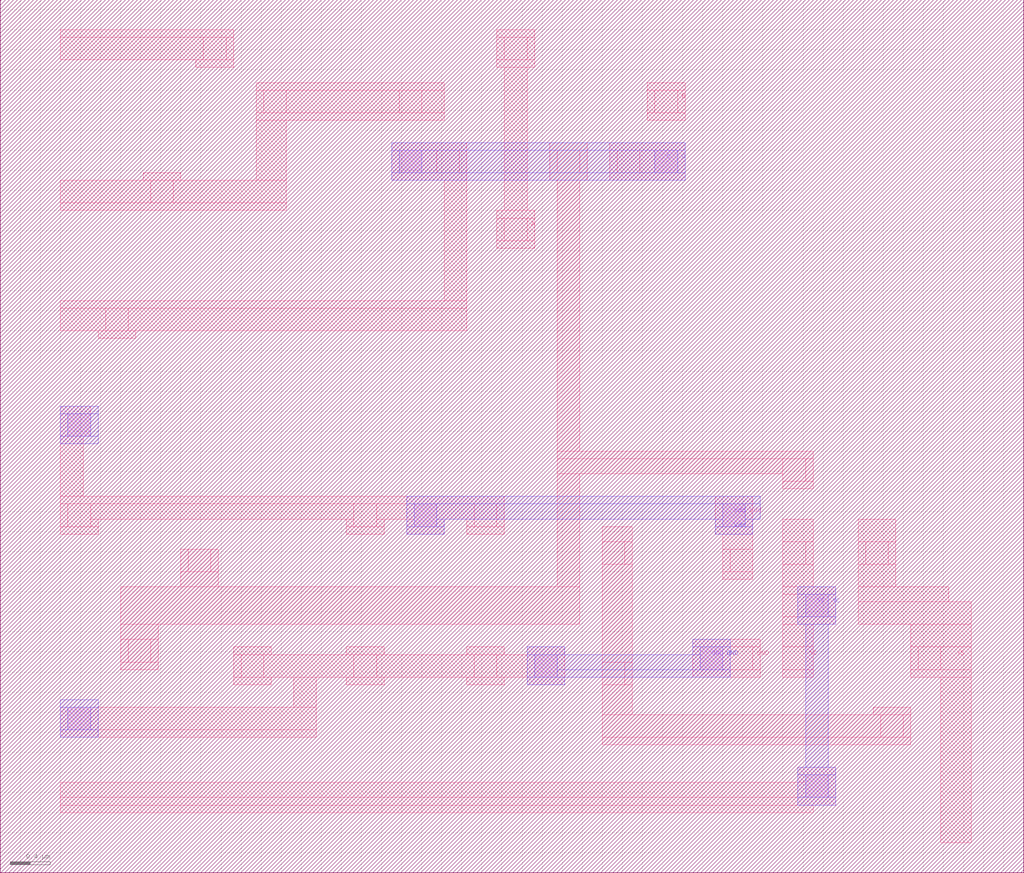
<source format=lef>
VERSION 5.6 ;

BUSBITCHARS "[]" ;

DIVIDERCHAR "/" ;

UNITS
    DATABASE MICRONS 1000 ;
END UNITS

MANUFACTURINGGRID 0.005000 ; 

CLEARANCEMEASURE EUCLIDEAN ; 

USEMINSPACING OBS ON ; 

SITE CoreSite
    CLASS CORE ;
    SIZE 0.600000 BY 0.300000 ;
END CoreSite

LAYER li
   TYPE ROUTING ;
   DIRECTION VERTICAL ;
   MINWIDTH 0.300000 ;
   AREA 0.056250 ;
   WIDTH 0.300000 ;
   SPACINGTABLE
      PARALLELRUNLENGTH 0.0
      WIDTH 0.0 0.225000 ;
   PITCH 0.600000 0.600000 ;
END li

LAYER mcon
    TYPE CUT ;
    SPACING 0.225000 ;
    WIDTH 0.300000 ;
    ENCLOSURE ABOVE 0.075000 0.075000 ;
    ENCLOSURE BELOW 0.000000 0.000000 ;
END mcon

LAYER met1
   TYPE ROUTING ;
   DIRECTION HORIZONTAL ;
   MINWIDTH 0.150000 ;
   AREA 0.084375 ;
   WIDTH 0.150000 ;
   SPACINGTABLE
      PARALLELRUNLENGTH 0.0
      WIDTH 0.0 0.150000 ;
   PITCH 0.300000 0.300000 ;
END met1

LAYER v1
    TYPE CUT ;
    SPACING 0.075000 ;
    WIDTH 0.300000 ;
    ENCLOSURE ABOVE 0.075000 0.075000 ;
    ENCLOSURE BELOW 0.075000 0.075000 ;
END v1

LAYER met2
   TYPE ROUTING ;
   DIRECTION VERTICAL ;
   MINWIDTH 0.150000 ;
   AREA 0.073125 ;
   WIDTH 0.150000 ;
   SPACINGTABLE
      PARALLELRUNLENGTH 0.0
      WIDTH 0.0 0.150000 ;
   PITCH 0.300000 0.300000 ;
END met2

LAYER v2
    TYPE CUT ;
    SPACING 0.150000 ;
    WIDTH 0.300000 ;
    ENCLOSURE ABOVE 0.075000 0.075000 ;
    ENCLOSURE BELOW 0.075000 0.000000 ;
END v2

LAYER met3
   TYPE ROUTING ;
   DIRECTION HORIZONTAL ;
   MINWIDTH 0.300000 ;
   AREA 0.241875 ;
   WIDTH 0.300000 ;
   SPACINGTABLE
      PARALLELRUNLENGTH 0.0
      WIDTH 0.0 0.300000 ;
   PITCH 0.600000 0.600000 ;
END met3

LAYER v3
    TYPE CUT ;
    SPACING 0.150000 ;
    WIDTH 0.450000 ;
    ENCLOSURE ABOVE 0.075000 0.075000 ;
    ENCLOSURE BELOW 0.075000 0.000000 ;
END v3

LAYER met4
   TYPE ROUTING ;
   DIRECTION VERTICAL ;
   MINWIDTH 0.300000 ;
   AREA 0.241875 ;
   WIDTH 0.300000 ;
   SPACINGTABLE
      PARALLELRUNLENGTH 0.0
      WIDTH 0.0 0.300000 ;
   PITCH 0.600000 0.600000 ;
END met4

LAYER v4
    TYPE CUT ;
    SPACING 0.450000 ;
    WIDTH 1.200000 ;
    ENCLOSURE ABOVE 0.150000 0.150000 ;
    ENCLOSURE BELOW 0.000000 0.000000 ;
END v4

LAYER met5
   TYPE ROUTING ;
   DIRECTION HORIZONTAL ;
   MINWIDTH 1.650000 ;
   AREA 4.005000 ;
   WIDTH 1.650000 ;
   SPACINGTABLE
      PARALLELRUNLENGTH 0.0
      WIDTH 0.0 1.650000 ;
   PITCH 3.300000 3.300000 ;
END met5

LAYER OVERLAP
   TYPE OVERLAP ;
END OVERLAP

VIA mcon_C DEFAULT
   LAYER li ;
     RECT -0.150000 -0.150000 0.150000 0.150000 ;
   LAYER mcon ;
     RECT -0.150000 -0.150000 0.150000 0.150000 ;
   LAYER met1 ;
     RECT -0.225000 -0.225000 0.225000 0.225000 ;
END mcon_C

VIA v1_C DEFAULT
   LAYER met1 ;
     RECT -0.225000 -0.225000 0.225000 0.225000 ;
   LAYER v1 ;
     RECT -0.150000 -0.150000 0.150000 0.150000 ;
   LAYER met2 ;
     RECT -0.225000 -0.225000 0.225000 0.225000 ;
END v1_C

VIA v2_C DEFAULT
   LAYER met2 ;
     RECT -0.150000 -0.225000 0.150000 0.225000 ;
   LAYER v2 ;
     RECT -0.150000 -0.150000 0.150000 0.150000 ;
   LAYER met3 ;
     RECT -0.225000 -0.225000 0.225000 0.225000 ;
END v2_C

VIA v2_Ch
   LAYER met2 ;
     RECT -0.225000 -0.150000 0.225000 0.150000 ;
   LAYER v2 ;
     RECT -0.150000 -0.150000 0.150000 0.150000 ;
   LAYER met3 ;
     RECT -0.225000 -0.225000 0.225000 0.225000 ;
END v2_Ch

VIA v2_Cv
   LAYER met2 ;
     RECT -0.150000 -0.225000 0.150000 0.225000 ;
   LAYER v2 ;
     RECT -0.150000 -0.150000 0.150000 0.150000 ;
   LAYER met3 ;
     RECT -0.225000 -0.225000 0.225000 0.225000 ;
END v2_Cv

VIA v3_C DEFAULT
   LAYER met3 ;
     RECT -0.300000 -0.225000 0.300000 0.225000 ;
   LAYER v3 ;
     RECT -0.225000 -0.225000 0.225000 0.225000 ;
   LAYER met4 ;
     RECT -0.300000 -0.300000 0.300000 0.300000 ;
END v3_C

VIA v3_Ch
   LAYER met3 ;
     RECT -0.300000 -0.225000 0.300000 0.225000 ;
   LAYER v3 ;
     RECT -0.225000 -0.225000 0.225000 0.225000 ;
   LAYER met4 ;
     RECT -0.300000 -0.300000 0.300000 0.300000 ;
END v3_Ch

VIA v3_Cv
   LAYER met3 ;
     RECT -0.300000 -0.225000 0.300000 0.225000 ;
   LAYER v3 ;
     RECT -0.225000 -0.225000 0.225000 0.225000 ;
   LAYER met4 ;
     RECT -0.300000 -0.300000 0.300000 0.300000 ;
END v3_Cv

VIA v4_C DEFAULT
   LAYER met4 ;
     RECT -0.600000 -0.600000 0.600000 0.600000 ;
   LAYER v4 ;
     RECT -0.600000 -0.600000 0.600000 0.600000 ;
   LAYER met5 ;
     RECT -0.750000 -0.750000 0.750000 0.750000 ;
END v4_C

MACRO _0_0std_0_0cells_0_0INVX1
    CLASS CORE ;
    FOREIGN _0_0std_0_0cells_0_0INVX1 0.000000 0.000000 ;
    ORIGIN 0.000000 0.000000 ;
    SIZE 2.400000 BY 2.700000 ;
    SYMMETRY X Y ;
    SITE CoreSite ;
    PIN A
        DIRECTION INPUT ;
        USE SIGNAL ;
        PORT
        LAYER li ;
        RECT 0.525000 2.325000 0.900000 2.400000 ;
        RECT 0.525000 2.100000 0.675000 2.325000 ;
        RECT 0.525000 2.025000 0.900000 2.100000 ;
        RECT 0.675000 2.100000 0.900000 2.325000 ;
        RECT 1.200000 1.050000 1.425000 1.275000 ;
        RECT 1.425000 1.050000 1.800000 1.275000 ;
        RECT 1.800000 1.050000 2.025000 1.275000 ;
        RECT 2.025000 1.050000 2.100000 1.275000 ;
        LAYER mcon ;
        RECT 0.675000 2.100000 0.900000 2.325000 ;
        RECT 1.200000 1.050000 1.425000 1.275000 ;
        LAYER met1 ;
        RECT 0.600000 2.325000 0.975000 2.400000 ;
        RECT 0.600000 2.100000 0.675000 2.325000 ;
        RECT 0.600000 2.025000 0.975000 2.100000 ;
        RECT 0.675000 2.100000 0.900000 2.325000 ;
        RECT 0.675000 1.275000 0.825000 2.025000 ;
        RECT 0.675000 1.125000 1.200000 1.275000 ;
        RECT 0.900000 2.100000 0.975000 2.325000 ;
        RECT 1.125000 1.050000 1.200000 1.125000 ;
        RECT 1.125000 0.975000 1.500000 1.050000 ;
        RECT 1.125000 1.275000 1.500000 1.350000 ;
        RECT 1.200000 1.050000 1.425000 1.275000 ;
        RECT 1.425000 1.050000 1.500000 1.275000 ;
        END
        ANTENNAGATEAREA 0.157500 ;
    END A
    PIN Y
        DIRECTION OUTPUT ;
        USE SIGNAL ;
        PORT
        LAYER li ;
        RECT 0.525000 0.525000 0.675000 0.675000 ;
        RECT 0.525000 0.300000 0.900000 0.525000 ;
        RECT 0.675000 1.725000 0.900000 1.800000 ;
        RECT 0.675000 1.500000 0.900000 1.725000 ;
        RECT 0.675000 0.750000 0.900000 1.500000 ;
        RECT 0.675000 0.525000 0.900000 0.750000 ;
        END
        ANTENNADIFFAREA 0.393750 ;
    END Y
    PIN Vdd
        DIRECTION INPUT ;
        USE POWER ;
        PORT
        LAYER li ;
        RECT 1.200000 2.325000 2.100000 2.400000 ;
        RECT 1.200000 2.100000 1.800000 2.325000 ;
        RECT 1.200000 1.950000 1.425000 2.100000 ;
        RECT 1.200000 1.725000 1.425000 1.950000 ;
        RECT 1.200000 1.650000 1.425000 1.725000 ;
        RECT 1.800000 2.100000 2.025000 2.325000 ;
        RECT 2.025000 2.100000 2.100000 2.325000 ;
        LAYER mcon ;
        RECT 1.800000 2.100000 2.025000 2.325000 ;
        LAYER met1 ;
        RECT 1.725000 2.325000 2.100000 2.400000 ;
        RECT 1.725000 2.100000 1.800000 2.325000 ;
        RECT 1.800000 2.100000 2.025000 2.325000 ;
        RECT 1.725000 2.025000 2.100000 2.100000 ;
        RECT 2.025000 2.100000 2.100000 2.325000 ;
        END
        ANTENNADIFFAREA 0.225000 ;
    END Vdd
    PIN GND
        DIRECTION INPUT ;
        USE GROUND ;
        PORT
        LAYER li ;
        RECT 1.200000 0.450000 1.425000 0.525000 ;
        RECT 1.200000 0.750000 1.425000 0.825000 ;
        RECT 1.200000 0.525000 1.425000 0.750000 ;
        RECT 1.725000 0.375000 1.800000 0.525000 ;
        RECT 1.725000 0.300000 2.100000 0.375000 ;
        RECT 1.425000 0.600000 2.100000 0.750000 ;
        RECT 1.425000 0.525000 1.800000 0.600000 ;
        RECT 1.800000 0.375000 2.025000 0.600000 ;
        RECT 2.025000 0.375000 2.100000 0.600000 ;
        LAYER mcon ;
        RECT 1.800000 0.375000 2.025000 0.600000 ;
        LAYER met1 ;
        RECT 1.725000 0.600000 2.100000 0.675000 ;
        RECT 1.725000 0.375000 1.800000 0.600000 ;
        RECT 1.725000 0.300000 2.100000 0.375000 ;
        RECT 1.800000 0.375000 2.025000 0.600000 ;
        RECT 2.025000 0.375000 2.100000 0.600000 ;
        END
        ANTENNADIFFAREA 0.168750 ;
    END GND
END _0_0std_0_0cells_0_0INVX1

MACRO _0_0std_0_0cells_0_0MUX2X1
    CLASS CORE ;
    FOREIGN _0_0std_0_0cells_0_0MUX2X1 0.000000 0.000000 ;
    ORIGIN 0.000000 0.000000 ;
    SIZE 6.000000 BY 3.600000 ;
    SYMMETRY X Y ;
    SITE CoreSite ;
    PIN A
        DIRECTION INPUT ;
        USE SIGNAL ;
        PORT
        LAYER li ;
        RECT 0.525000 3.150000 0.675000 3.375000 ;
        RECT 0.525000 3.000000 0.975000 3.150000 ;
        RECT 0.675000 3.150000 0.900000 3.375000 ;
        RECT 0.900000 3.150000 0.975000 3.375000 ;
        END
        ANTENNAGATEAREA 0.281250 ;
    END A
    PIN B
        DIRECTION INPUT ;
        USE SIGNAL ;
        PORT
        LAYER li ;
        RECT 2.775000 3.150000 2.850000 3.375000 ;
        RECT 2.850000 3.150000 3.075000 3.375000 ;
        RECT 3.000000 3.375000 3.300000 3.450000 ;
        RECT 3.075000 3.150000 3.375000 3.375000 ;
        RECT 3.000000 3.000000 3.375000 3.150000 ;
        END
        ANTENNAGATEAREA 0.168750 ;
    END B
    PIN S
        DIRECTION INPUT ;
        USE SIGNAL ;
        PORT
        LAYER li ;
        RECT 1.800000 3.375000 2.100000 3.450000 ;
        RECT 1.800000 3.150000 2.250000 3.375000 ;
        RECT 1.800000 3.000000 2.550000 3.150000 ;
        RECT 2.250000 3.150000 2.475000 3.375000 ;
        RECT 2.475000 3.150000 2.550000 3.375000 ;
        END
        ANTENNAGATEAREA 0.551250 ;
    END S
    PIN Y
        DIRECTION OUTPUT ;
        USE SIGNAL ;
        PORT
        LAYER li ;
        RECT 0.675000 1.350000 5.325000 1.575000 ;
        RECT 0.675000 1.125000 0.900000 1.350000 ;
        RECT 0.675000 0.900000 0.900000 1.125000 ;
        RECT 0.675000 0.825000 0.900000 0.900000 ;
        RECT 2.550000 1.575000 2.775000 1.800000 ;
        RECT 5.400000 0.300000 5.700000 0.450000 ;
        RECT 2.550000 2.025000 2.775000 2.100000 ;
        RECT 2.550000 1.800000 2.775000 2.025000 ;
        RECT 5.100000 0.750000 5.325000 1.350000 ;
        RECT 5.100000 0.525000 5.325000 0.750000 ;
        RECT 5.100000 0.450000 5.700000 0.525000 ;
        RECT 5.325000 0.525000 5.700000 0.750000 ;
        RECT 5.100000 1.575000 5.325000 1.800000 ;
        RECT 5.100000 2.025000 5.325000 2.100000 ;
        RECT 5.100000 1.800000 5.325000 2.025000 ;
        END
        ANTENNADIFFAREA 1.406250 ;
    END Y
    PIN Vdd
        DIRECTION INPUT ;
        USE POWER ;
        PORT
        LAYER li ;
        RECT 1.200000 2.550000 3.750000 2.775000 ;
        RECT 3.750000 2.550000 3.975000 2.775000 ;
        RECT 1.200000 2.025000 1.425000 2.250000 ;
        RECT 1.200000 1.950000 1.425000 2.025000 ;
        RECT 3.975000 2.550000 4.425000 2.775000 ;
        RECT 1.200000 2.250000 1.425000 2.550000 ;
        RECT 4.200000 3.225000 4.500000 3.300000 ;
        RECT 4.200000 3.000000 4.425000 3.225000 ;
        RECT 4.200000 2.775000 4.425000 3.000000 ;
        RECT 4.425000 3.000000 4.500000 3.225000 ;
        LAYER mcon ;
        RECT 4.200000 3.000000 4.425000 3.225000 ;
        LAYER met1 ;
        RECT 4.125000 3.225000 4.500000 3.450000 ;
        RECT 4.125000 3.000000 4.200000 3.225000 ;
        RECT 4.125000 2.925000 4.500000 3.000000 ;
        RECT 4.200000 3.000000 4.425000 3.225000 ;
        RECT 4.425000 3.000000 4.500000 3.225000 ;
        END
        ANTENNADIFFAREA 0.804375 ;
    END Vdd
    PIN GND
        DIRECTION INPUT ;
        USE GROUND ;
        PORT
        LAYER li ;
        RECT 1.650000 0.525000 1.725000 0.750000 ;
        RECT 1.650000 0.450000 3.075000 0.525000 ;
        RECT 1.725000 0.525000 1.950000 0.750000 ;
        RECT 1.950000 0.675000 2.025000 0.750000 ;
        RECT 1.950000 0.525000 3.225000 0.675000 ;
        RECT 3.000000 0.300000 3.075000 0.450000 ;
        RECT 3.225000 0.525000 3.450000 0.750000 ;
        RECT 3.075000 0.300000 3.300000 0.525000 ;
        RECT 3.150000 0.675000 3.225000 0.750000 ;
        RECT 3.450000 0.525000 3.525000 0.750000 ;
        RECT 3.300000 0.450000 3.525000 0.525000 ;
        LAYER mcon ;
        RECT 3.075000 0.300000 3.300000 0.525000 ;
        LAYER met1 ;
        RECT 3.000000 0.525000 3.375000 0.600000 ;
        RECT 3.000000 0.300000 3.075000 0.525000 ;
        RECT 3.000000 0.225000 3.375000 0.300000 ;
        RECT 3.075000 0.300000 3.300000 0.525000 ;
        RECT 3.300000 0.300000 3.375000 0.525000 ;
        END
        ANTENNADIFFAREA 0.630000 ;
    END GND
    OBS
        LAYER li ;
        RECT 0.600000 2.400000 0.975000 2.475000 ;
        RECT 0.600000 2.175000 0.675000 2.400000 ;
        RECT 0.600000 2.100000 0.975000 2.175000 ;
        RECT 0.675000 2.175000 0.900000 2.400000 ;
        RECT 0.900000 2.175000 0.975000 2.400000 ;
        RECT 1.650000 1.800000 1.725000 2.025000 ;
        RECT 1.725000 2.025000 1.950000 2.100000 ;
        RECT 1.725000 1.800000 1.950000 2.025000 ;
        RECT 1.950000 1.800000 2.025000 2.025000 ;
        RECT 2.475000 0.900000 2.550000 1.125000 ;
        RECT 2.550000 0.900000 2.775000 1.125000 ;
        RECT 2.775000 0.900000 2.850000 1.125000 ;
        RECT 3.750000 0.750000 3.975000 0.825000 ;
        RECT 3.750000 0.525000 3.975000 0.750000 ;
        RECT 3.750000 0.450000 3.975000 0.525000 ;
        RECT 3.975000 0.525000 4.575000 0.750000 ;
        RECT 4.575000 0.750000 4.800000 0.825000 ;
        RECT 4.575000 0.525000 4.800000 0.750000 ;
        RECT 4.575000 0.450000 4.800000 0.525000 ;
        RECT 4.050000 1.800000 4.275000 2.025000 ;
        RECT 4.275000 1.800000 4.575000 2.025000 ;
        RECT 4.575000 2.025000 4.800000 2.100000 ;
        RECT 4.575000 1.800000 4.800000 2.025000 ;
        RECT 4.800000 3.375000 5.025000 3.450000 ;
        RECT 4.800000 1.800000 4.875000 2.025000 ;
        RECT 4.800000 3.150000 5.025000 3.375000 ;
        RECT 4.800000 3.075000 5.025000 3.150000 ;
        LAYER met1 ;
        RECT 0.600000 2.400000 0.975000 2.475000 ;
        RECT 0.600000 2.175000 0.675000 2.400000 ;
        RECT 0.600000 2.100000 0.975000 2.175000 ;
        RECT 0.675000 2.175000 0.900000 2.400000 ;
        RECT 0.900000 2.250000 2.325000 2.400000 ;
        RECT 0.900000 2.175000 0.975000 2.250000 ;
        RECT 1.650000 2.025000 2.025000 2.100000 ;
        RECT 1.650000 1.800000 1.725000 2.025000 ;
        RECT 1.650000 1.725000 2.025000 1.800000 ;
        RECT 1.725000 1.800000 1.950000 2.025000 ;
        RECT 1.725000 1.575000 1.950000 1.725000 ;
        RECT 1.725000 1.425000 5.025000 1.575000 ;
        RECT 4.725000 3.375000 5.100000 3.450000 ;
        RECT 1.950000 1.800000 2.025000 2.025000 ;
        RECT 2.175000 1.725000 4.350000 1.800000 ;
        RECT 2.475000 1.200000 2.775000 1.425000 ;
        RECT 2.475000 1.125000 2.850000 1.200000 ;
        RECT 2.475000 0.900000 2.550000 1.125000 ;
        RECT 2.475000 0.825000 2.850000 0.900000 ;
        RECT 2.550000 0.900000 2.775000 1.125000 ;
        RECT 4.725000 3.150000 4.800000 3.375000 ;
        RECT 4.725000 3.075000 5.100000 3.150000 ;
        RECT 2.175000 1.875000 2.325000 2.250000 ;
        RECT 2.175000 1.800000 4.050000 1.875000 ;
        RECT 2.775000 0.900000 2.850000 1.125000 ;
        RECT 4.800000 3.150000 5.025000 3.375000 ;
        RECT 4.050000 1.800000 4.275000 2.025000 ;
        RECT 5.025000 3.150000 5.100000 3.375000 ;
        RECT 3.975000 2.025000 4.350000 2.100000 ;
        RECT 3.975000 1.875000 4.050000 2.025000 ;
        RECT 4.275000 1.800000 4.350000 2.025000 ;
        RECT 4.875000 1.575000 5.025000 3.075000 ;
    END
END _0_0std_0_0cells_0_0MUX2X1

MACRO _0_0std_0_0cells_0_0AND2X1
    CLASS CORE ;
    FOREIGN _0_0std_0_0cells_0_0AND2X1 0.000000 0.000000 ;
    ORIGIN 0.000000 0.000000 ;
    SIZE 3.000000 BY 4.200000 ;
    SYMMETRY X Y ;
    SITE CoreSite ;
    PIN A
        DIRECTION INPUT ;
        USE SIGNAL ;
        PORT
        LAYER li ;
        RECT 0.300000 3.525000 0.975000 3.600000 ;
        RECT 0.300000 3.300000 0.675000 3.525000 ;
        RECT 0.300000 3.225000 0.975000 3.300000 ;
        RECT 0.675000 3.300000 0.900000 3.525000 ;
        RECT 0.900000 3.300000 0.975000 3.525000 ;
        END
        ANTENNAGATEAREA 0.202500 ;
    END A
    PIN B
        DIRECTION INPUT ;
        USE SIGNAL ;
        PORT
        LAYER li ;
        RECT 1.725000 3.525000 2.100000 3.600000 ;
        RECT 1.725000 3.300000 1.800000 3.525000 ;
        RECT 1.725000 3.225000 2.100000 3.300000 ;
        RECT 1.800000 3.600000 2.100000 3.900000 ;
        RECT 1.800000 3.300000 2.025000 3.525000 ;
        RECT 2.025000 3.300000 2.100000 3.525000 ;
        END
        ANTENNAGATEAREA 0.202500 ;
    END B
    PIN Y
        DIRECTION OUTPUT ;
        USE SIGNAL ;
        PORT
        LAYER li ;
        RECT 2.250000 1.425000 2.700000 1.500000 ;
        RECT 2.250000 1.200000 2.325000 1.425000 ;
        RECT 2.325000 1.500000 2.700000 2.325000 ;
        RECT 2.325000 1.200000 2.625000 1.425000 ;
        RECT 2.625000 1.200000 2.700000 1.425000 ;
        RECT 2.325000 2.550000 2.700000 2.625000 ;
        RECT 2.400000 2.625000 2.700000 3.900000 ;
        RECT 2.325000 2.325000 2.625000 2.550000 ;
        RECT 2.625000 2.325000 2.700000 2.550000 ;
        END
        ANTENNADIFFAREA 0.472500 ;
    END Y
    PIN Vdd
        DIRECTION INPUT ;
        USE POWER ;
        PORT
        LAYER li ;
        RECT 0.600000 2.700000 2.100000 2.925000 ;
        RECT 0.600000 2.550000 0.975000 2.700000 ;
        RECT 0.600000 2.325000 0.675000 2.550000 ;
        RECT 0.600000 2.250000 0.975000 2.325000 ;
        RECT 1.200000 3.675000 1.425000 3.900000 ;
        RECT 0.675000 2.325000 0.900000 2.550000 ;
        RECT 1.425000 3.675000 1.500000 3.900000 ;
        RECT 0.900000 2.325000 0.975000 2.550000 ;
        RECT 1.200000 2.925000 1.500000 3.675000 ;
        RECT 1.725000 2.550000 2.100000 2.700000 ;
        RECT 1.725000 2.325000 1.800000 2.550000 ;
        RECT 1.725000 2.250000 2.100000 2.325000 ;
        RECT 1.800000 2.325000 2.025000 2.550000 ;
        RECT 2.025000 2.325000 2.100000 2.550000 ;
        LAYER mcon ;
        RECT 1.200000 3.675000 1.425000 3.900000 ;
        LAYER met1 ;
        RECT 1.125000 3.900000 1.500000 3.975000 ;
        RECT 1.125000 3.675000 1.200000 3.900000 ;
        RECT 1.125000 3.600000 1.500000 3.675000 ;
        RECT 1.200000 3.675000 1.425000 3.900000 ;
        RECT 1.425000 3.675000 1.500000 3.900000 ;
        END
        ANTENNADIFFAREA 0.495000 ;
    END Vdd
    PIN GND
        DIRECTION INPUT ;
        USE GROUND ;
        PORT
        LAYER li ;
        RECT 0.600000 0.375000 0.675000 0.600000 ;
        RECT 0.600000 0.300000 2.025000 0.375000 ;
        RECT 0.675000 0.375000 0.900000 0.600000 ;
        RECT 1.725000 1.125000 1.800000 1.350000 ;
        RECT 0.900000 0.375000 2.025000 0.525000 ;
        RECT 1.800000 1.125000 2.025000 1.350000 ;
        RECT 1.725000 1.050000 2.025000 1.125000 ;
        RECT 1.800000 0.525000 2.025000 1.050000 ;
        RECT 1.725000 1.350000 2.025000 1.425000 ;
        LAYER mcon ;
        RECT 0.675000 0.375000 0.900000 0.600000 ;
        LAYER met1 ;
        RECT 0.600000 0.600000 0.975000 0.675000 ;
        RECT 0.600000 0.375000 0.675000 0.600000 ;
        RECT 0.600000 0.300000 0.975000 0.375000 ;
        RECT 0.675000 0.375000 0.900000 0.600000 ;
        RECT 0.900000 0.375000 0.975000 0.600000 ;
        END
        ANTENNADIFFAREA 0.258750 ;
    END GND
    OBS
        LAYER li ;
        RECT 0.600000 1.725000 1.500000 1.950000 ;
        RECT 0.600000 1.650000 1.800000 1.725000 ;
        RECT 0.600000 1.425000 0.975000 1.650000 ;
        RECT 0.600000 1.200000 0.675000 1.425000 ;
        RECT 0.600000 1.125000 0.975000 1.200000 ;
        RECT 1.500000 1.725000 1.725000 1.950000 ;
        RECT 0.675000 1.200000 0.900000 1.425000 ;
        RECT 1.725000 1.725000 1.800000 1.950000 ;
        RECT 0.900000 1.200000 0.975000 1.425000 ;
        RECT 2.325000 0.300000 2.700000 0.375000 ;
        RECT 1.200000 2.175000 1.275000 2.400000 ;
        RECT 1.200000 2.025000 1.500000 2.175000 ;
        RECT 1.200000 1.950000 1.800000 2.025000 ;
        RECT 1.200000 2.400000 1.500000 2.475000 ;
        RECT 1.275000 2.175000 1.500000 2.400000 ;
        RECT 2.325000 0.375000 2.400000 0.600000 ;
        RECT 2.400000 0.375000 2.625000 0.600000 ;
        RECT 2.325000 0.900000 2.700000 0.975000 ;
        RECT 2.325000 0.675000 2.400000 0.900000 ;
        RECT 2.325000 0.600000 2.700000 0.675000 ;
        RECT 2.625000 0.375000 2.700000 0.600000 ;
        RECT 2.400000 0.675000 2.625000 0.900000 ;
        RECT 2.625000 0.675000 2.700000 0.900000 ;
        LAYER met1 ;
        RECT 1.425000 1.950000 2.700000 2.025000 ;
        RECT 1.425000 1.725000 1.500000 1.950000 ;
        RECT 1.425000 1.650000 2.700000 1.725000 ;
        RECT 1.500000 1.725000 1.725000 1.950000 ;
        RECT 1.725000 1.725000 2.700000 1.950000 ;
        RECT 2.325000 0.900000 2.700000 1.650000 ;
        RECT 2.325000 0.675000 2.400000 0.900000 ;
        RECT 2.325000 0.600000 2.700000 0.675000 ;
        RECT 2.400000 0.675000 2.625000 0.900000 ;
        RECT 2.625000 0.675000 2.700000 0.900000 ;
    END
END _0_0std_0_0cells_0_0AND2X1

MACRO _0_0cell_0_0gcelem2x0
    CLASS CORE ;
    FOREIGN _0_0cell_0_0gcelem2x0 0.000000 0.000000 ;
    ORIGIN 0.000000 0.000000 ;
    SIZE 6.600000 BY 3.600000 ;
    SYMMETRY X Y ;
    SITE CoreSite ;
    PIN in_50_6
        DIRECTION INPUT ;
        USE SIGNAL ;
        PORT
        LAYER li ;
        RECT 0.600000 2.775000 0.675000 3.000000 ;
        RECT 0.600000 2.700000 0.900000 2.775000 ;
        RECT 0.675000 3.000000 0.900000 3.075000 ;
        RECT 0.675000 2.775000 0.900000 3.000000 ;
        END
        ANTENNAGATEAREA 0.213750 ;
    END in_50_6
    PIN in_51_6
        DIRECTION INPUT ;
        USE SIGNAL ;
        PORT
        LAYER li ;
        RECT 2.400000 2.925000 2.700000 3.000000 ;
        RECT 2.400000 2.700000 2.775000 2.925000 ;
        RECT 2.775000 2.700000 3.000000 2.925000 ;
        RECT 3.000000 2.700000 3.075000 2.925000 ;
        END
        ANTENNAGATEAREA 0.213750 ;
    END in_51_6
    PIN out
        DIRECTION OUTPUT ;
        USE SIGNAL ;
        PORT
        LAYER li ;
        RECT 0.600000 0.375000 0.675000 0.600000 ;
        RECT 0.600000 0.300000 0.900000 0.375000 ;
        RECT 0.675000 0.375000 0.900000 0.600000 ;
        RECT 3.600000 0.750000 3.825000 0.900000 ;
        RECT 3.600000 0.525000 3.825000 0.750000 ;
        RECT 3.525000 1.800000 3.600000 2.025000 ;
        RECT 5.850000 0.375000 6.075000 0.600000 ;
        RECT 3.600000 1.800000 3.825000 2.025000 ;
        RECT 3.600000 1.125000 3.825000 1.800000 ;
        RECT 3.600000 0.900000 3.825000 1.125000 ;
        RECT 5.850000 0.600000 6.075000 1.350000 ;
        RECT 3.825000 1.800000 3.900000 2.025000 ;
        RECT 5.850000 1.575000 6.075000 1.650000 ;
        RECT 5.850000 1.350000 6.075000 1.575000 ;
        LAYER mcon ;
        RECT 0.675000 0.375000 0.900000 0.600000 ;
        RECT 3.600000 0.525000 3.825000 0.750000 ;
        RECT 5.850000 0.375000 6.075000 0.600000 ;
        LAYER met1 ;
        RECT 0.600000 0.600000 3.600000 0.675000 ;
        RECT 0.600000 0.375000 0.675000 0.600000 ;
        RECT 0.600000 0.300000 0.975000 0.375000 ;
        RECT 0.675000 0.375000 0.900000 0.600000 ;
        RECT 0.900000 0.525000 3.600000 0.600000 ;
        RECT 0.900000 0.375000 0.975000 0.525000 ;
        RECT 3.600000 0.525000 3.825000 0.750000 ;
        RECT 3.525000 0.450000 3.900000 0.525000 ;
        RECT 3.525000 0.750000 3.900000 0.825000 ;
        RECT 3.525000 0.675000 3.600000 0.750000 ;
        RECT 3.825000 0.675000 3.900000 0.750000 ;
        RECT 3.825000 0.600000 6.150000 0.675000 ;
        RECT 3.825000 0.525000 5.850000 0.600000 ;
        RECT 5.775000 0.375000 5.850000 0.525000 ;
        RECT 5.775000 0.300000 6.150000 0.375000 ;
        RECT 5.850000 0.375000 6.075000 0.600000 ;
        RECT 6.075000 0.375000 6.150000 0.600000 ;
        END
        ANTENNAGATEAREA 0.360000 ;
        ANTENNADIFFAREA 0.630000 ;
    END out
    PIN Vdd
        DIRECTION INPUT ;
        USE POWER ;
        PORT
        LAYER li ;
        RECT 0.600000 1.800000 0.675000 2.025000 ;
        RECT 0.675000 1.800000 0.900000 2.025000 ;
        RECT 0.675000 1.650000 0.975000 1.800000 ;
        RECT 0.675000 1.425000 1.800000 1.650000 ;
        RECT 0.900000 1.800000 0.975000 2.025000 ;
        RECT 1.575000 0.450000 1.800000 1.425000 ;
        RECT 1.575000 0.225000 1.800000 0.450000 ;
        RECT 1.575000 0.150000 1.800000 0.225000 ;
        RECT 4.500000 1.800000 4.575000 2.025000 ;
        RECT 4.575000 1.800000 4.800000 2.025000 ;
        RECT 4.800000 1.800000 4.875000 2.025000 ;
        RECT 4.200000 2.925000 4.500000 3.000000 ;
        RECT 4.200000 2.700000 4.275000 2.925000 ;
        RECT 4.275000 2.700000 4.500000 2.925000 ;
        LAYER mcon ;
        RECT 0.675000 1.800000 0.900000 2.025000 ;
        RECT 4.275000 2.700000 4.500000 2.925000 ;
        RECT 4.575000 1.800000 4.800000 2.025000 ;
        LAYER met1 ;
        RECT 0.600000 2.025000 0.975000 2.100000 ;
        RECT 0.600000 1.800000 0.675000 2.025000 ;
        RECT 0.600000 1.725000 0.975000 1.800000 ;
        RECT 0.675000 1.800000 0.900000 2.025000 ;
        RECT 0.900000 1.800000 4.575000 2.025000 ;
        RECT 4.200000 2.925000 4.575000 3.000000 ;
        RECT 4.200000 2.700000 4.275000 2.925000 ;
        RECT 4.575000 1.800000 4.800000 2.025000 ;
        RECT 4.275000 2.700000 4.500000 2.925000 ;
        RECT 4.800000 1.800000 4.875000 2.025000 ;
        RECT 4.500000 2.700000 4.575000 2.925000 ;
        RECT 4.200000 2.625000 4.575000 2.700000 ;
        RECT 4.275000 2.100000 4.425000 2.625000 ;
        RECT 4.275000 2.025000 4.875000 2.100000 ;
        RECT 4.500000 1.725000 4.875000 1.800000 ;
        END
        ANTENNAGATEAREA 0.945000 ;
        ANTENNADIFFAREA 0.472500 ;
    END Vdd
    PIN GND
        DIRECTION INPUT ;
        USE GROUND ;
        PORT
        LAYER li ;
        RECT 0.600000 0.900000 0.675000 1.125000 ;
        RECT 0.600000 0.825000 0.975000 0.900000 ;
        RECT 0.675000 1.125000 0.900000 1.200000 ;
        RECT 0.675000 0.900000 0.900000 1.125000 ;
        RECT 0.900000 0.900000 0.975000 1.125000 ;
        RECT 1.200000 2.700000 1.575000 2.775000 ;
        RECT 1.200000 2.475000 1.275000 2.700000 ;
        RECT 1.200000 2.400000 1.575000 2.475000 ;
        RECT 1.275000 2.475000 1.500000 2.700000 ;
        RECT 1.500000 2.475000 1.575000 2.700000 ;
        RECT 4.500000 1.125000 4.875000 1.200000 ;
        RECT 4.500000 0.900000 4.575000 1.125000 ;
        RECT 4.575000 0.900000 4.800000 1.125000 ;
        RECT 4.800000 0.900000 4.875000 1.125000 ;
        RECT 5.925000 2.625000 6.300000 3.000000 ;
        RECT 5.925000 2.400000 6.000000 2.625000 ;
        RECT 6.000000 2.400000 6.225000 2.625000 ;
        RECT 6.225000 2.400000 6.300000 2.625000 ;
        LAYER mcon ;
        RECT 0.675000 0.900000 0.900000 1.125000 ;
        RECT 1.275000 2.475000 1.500000 2.700000 ;
        RECT 4.575000 0.900000 4.800000 1.125000 ;
        RECT 6.000000 2.400000 6.225000 2.625000 ;
        LAYER met1 ;
        RECT 0.300000 2.250000 1.350000 2.400000 ;
        RECT 0.300000 1.125000 0.450000 2.250000 ;
        RECT 0.300000 0.975000 0.675000 1.125000 ;
        RECT 0.600000 0.900000 0.675000 0.975000 ;
        RECT 0.600000 0.825000 0.975000 0.900000 ;
        RECT 0.600000 1.125000 4.875000 1.200000 ;
        RECT 0.675000 0.900000 0.900000 1.125000 ;
        RECT 1.200000 2.700000 1.575000 2.775000 ;
        RECT 1.200000 2.475000 1.275000 2.700000 ;
        RECT 1.200000 2.400000 1.575000 2.475000 ;
        RECT 0.900000 1.050000 4.575000 1.125000 ;
        RECT 0.900000 0.900000 0.975000 1.050000 ;
        RECT 1.275000 2.475000 1.500000 2.700000 ;
        RECT 6.000000 1.125000 6.225000 2.325000 ;
        RECT 1.500000 2.475000 1.575000 2.700000 ;
        RECT 4.500000 0.900000 4.575000 1.050000 ;
        RECT 4.500000 0.825000 4.875000 0.900000 ;
        RECT 5.925000 2.625000 6.300000 3.000000 ;
        RECT 4.575000 0.900000 4.800000 1.125000 ;
        RECT 5.925000 2.400000 6.000000 2.625000 ;
        RECT 5.925000 2.325000 6.300000 2.400000 ;
        RECT 4.800000 0.900000 6.225000 1.125000 ;
        RECT 6.000000 2.400000 6.225000 2.625000 ;
        RECT 6.225000 2.400000 6.300000 2.625000 ;
        END
        ANTENNAGATEAREA 0.472500 ;
        ANTENNADIFFAREA 0.382500 ;
    END GND
    OBS
        LAYER li ;
        RECT 1.950000 2.250000 5.475000 2.475000 ;
        RECT 1.800000 2.850000 2.175000 2.925000 ;
        RECT 1.800000 2.625000 1.875000 2.850000 ;
        RECT 1.800000 2.550000 2.175000 2.625000 ;
        RECT 1.875000 2.625000 2.100000 2.850000 ;
        RECT 2.100000 2.625000 2.175000 2.850000 ;
        RECT 1.950000 2.475000 2.175000 2.550000 ;
        RECT 5.175000 1.725000 5.550000 1.800000 ;
        RECT 5.175000 1.125000 5.550000 1.200000 ;
        RECT 5.250000 1.200000 5.475000 1.725000 ;
        RECT 5.175000 2.100000 5.475000 2.250000 ;
        RECT 5.175000 2.025000 5.550000 2.100000 ;
        RECT 5.175000 1.800000 5.250000 2.025000 ;
        RECT 5.175000 0.900000 5.250000 1.125000 ;
        RECT 5.250000 1.800000 5.475000 2.025000 ;
        RECT 5.250000 0.900000 5.475000 1.125000 ;
        RECT 5.475000 1.800000 5.550000 2.025000 ;
        RECT 5.475000 0.900000 5.550000 1.125000 ;
    END
END _0_0cell_0_0gcelem2x0

MACRO _0_0cell_0_0ginvx0
    CLASS CORE ;
    FOREIGN _0_0cell_0_0ginvx0 0.000000 0.000000 ;
    ORIGIN 0.000000 0.000000 ;
    SIZE 2.400000 BY 2.700000 ;
    SYMMETRY X Y ;
    SITE CoreSite ;
    PIN in_50_6
        DIRECTION INPUT ;
        USE SIGNAL ;
        PORT
        LAYER li ;
        RECT 0.525000 2.325000 0.900000 2.400000 ;
        RECT 0.525000 2.100000 0.675000 2.325000 ;
        RECT 0.675000 2.100000 0.900000 2.325000 ;
        RECT 1.200000 1.125000 1.425000 1.350000 ;
        RECT 1.425000 1.125000 1.800000 1.350000 ;
        RECT 1.725000 1.350000 2.100000 1.425000 ;
        RECT 1.800000 1.125000 2.025000 1.350000 ;
        RECT 1.725000 1.050000 2.100000 1.125000 ;
        RECT 2.025000 1.125000 2.100000 1.350000 ;
        LAYER mcon ;
        RECT 0.675000 2.100000 0.900000 2.325000 ;
        RECT 1.200000 1.125000 1.425000 1.350000 ;
        LAYER met1 ;
        RECT 0.600000 2.325000 0.975000 2.400000 ;
        RECT 0.600000 2.100000 0.675000 2.325000 ;
        RECT 0.600000 2.025000 0.975000 2.100000 ;
        RECT 0.675000 2.100000 0.900000 2.325000 ;
        RECT 0.675000 1.350000 0.900000 2.025000 ;
        RECT 0.675000 1.125000 1.200000 1.350000 ;
        RECT 0.900000 2.100000 0.975000 2.325000 ;
        RECT 1.200000 1.125000 1.425000 1.350000 ;
        RECT 1.125000 1.050000 1.500000 1.125000 ;
        RECT 1.125000 1.350000 1.500000 1.425000 ;
        RECT 1.425000 1.125000 1.500000 1.350000 ;
        END
        ANTENNAGATEAREA 0.135000 ;
    END in_50_6
    PIN out
        DIRECTION OUTPUT ;
        USE SIGNAL ;
        PORT
        LAYER li ;
        RECT 0.525000 0.300000 0.900000 0.600000 ;
        RECT 0.675000 1.725000 0.900000 1.800000 ;
        RECT 0.675000 1.500000 0.900000 1.725000 ;
        RECT 0.675000 0.825000 0.900000 1.500000 ;
        RECT 0.675000 0.600000 0.900000 0.825000 ;
        END
        ANTENNADIFFAREA 0.337500 ;
    END out
    PIN Vdd
        DIRECTION INPUT ;
        USE POWER ;
        PORT
        LAYER li ;
        RECT 1.125000 1.575000 1.200000 1.800000 ;
        RECT 1.200000 2.100000 1.650000 2.325000 ;
        RECT 1.200000 1.800000 1.425000 2.100000 ;
        RECT 1.200000 1.575000 1.425000 1.800000 ;
        RECT 1.650000 2.100000 1.875000 2.325000 ;
        RECT 1.425000 1.575000 1.500000 1.800000 ;
        LAYER mcon ;
        RECT 1.650000 2.100000 1.875000 2.325000 ;
        LAYER met1 ;
        RECT 1.575000 2.325000 1.950000 2.400000 ;
        RECT 1.575000 2.100000 1.650000 2.325000 ;
        RECT 1.650000 2.100000 1.875000 2.325000 ;
        RECT 1.575000 2.025000 1.950000 2.100000 ;
        RECT 1.875000 2.100000 1.950000 2.325000 ;
        END
        ANTENNADIFFAREA 0.168750 ;
    END Vdd
    PIN GND
        DIRECTION INPUT ;
        USE GROUND ;
        PORT
        LAYER li ;
        RECT 1.800000 0.375000 2.025000 0.600000 ;
        RECT 1.800000 0.300000 2.100000 0.375000 ;
        RECT 1.125000 0.600000 1.200000 0.825000 ;
        RECT 2.025000 0.375000 2.100000 0.600000 ;
        RECT 1.200000 0.600000 1.425000 0.825000 ;
        RECT 1.425000 0.600000 2.100000 0.825000 ;
        LAYER mcon ;
        RECT 1.800000 0.375000 2.025000 0.600000 ;
        LAYER met1 ;
        RECT 1.725000 0.600000 2.100000 0.675000 ;
        RECT 1.725000 0.375000 1.800000 0.600000 ;
        RECT 1.725000 0.300000 2.100000 0.375000 ;
        RECT 1.800000 0.375000 2.025000 0.600000 ;
        RECT 2.025000 0.375000 2.100000 0.600000 ;
        END
        ANTENNADIFFAREA 0.168750 ;
    END GND
END _0_0cell_0_0ginvx0

MACRO _0_0std_0_0cells_0_0NOR2X1
    CLASS CORE ;
    FOREIGN _0_0std_0_0cells_0_0NOR2X1 0.000000 0.000000 ;
    ORIGIN 0.000000 0.000000 ;
    SIZE 3.000000 BY 3.600000 ;
    SYMMETRY X Y ;
    SITE CoreSite ;
    PIN A
        DIRECTION INPUT ;
        USE SIGNAL ;
        PORT
        LAYER li ;
        RECT 1.200000 3.300000 1.500000 3.375000 ;
        RECT 1.200000 3.075000 1.425000 3.300000 ;
        RECT 1.200000 2.700000 1.500000 3.075000 ;
        RECT 1.425000 3.075000 1.500000 3.300000 ;
        END
        ANTENNAGATEAREA 0.236250 ;
    END A
    PIN B
        DIRECTION INPUT ;
        USE SIGNAL ;
        PORT
        LAYER li ;
        RECT 2.325000 2.700000 2.700000 2.925000 ;
        RECT 2.400000 2.925000 2.700000 3.375000 ;
        RECT 2.325000 2.550000 2.550000 2.700000 ;
        RECT 2.325000 2.325000 2.550000 2.550000 ;
        RECT 2.325000 2.250000 2.550000 2.325000 ;
        END
        ANTENNAGATEAREA 0.236250 ;
    END B
    PIN Y
        DIRECTION OUTPUT ;
        USE SIGNAL ;
        PORT
        LAYER li ;
        RECT 0.600000 0.525000 0.675000 0.600000 ;
        RECT 0.600000 0.300000 0.900000 0.525000 ;
        RECT 0.675000 1.725000 0.900000 1.800000 ;
        RECT 0.675000 1.500000 0.900000 1.725000 ;
        RECT 0.675000 1.200000 0.900000 1.500000 ;
        RECT 0.675000 0.975000 1.950000 1.200000 ;
        RECT 0.675000 0.750000 0.900000 0.975000 ;
        RECT 0.675000 0.525000 0.900000 0.750000 ;
        RECT 1.725000 0.450000 1.950000 0.525000 ;
        RECT 1.725000 0.750000 1.950000 0.975000 ;
        RECT 1.725000 0.525000 1.950000 0.750000 ;
        END
        ANTENNADIFFAREA 0.759375 ;
    END Y
    PIN Vdd
        DIRECTION INPUT ;
        USE POWER ;
        PORT
        LAYER li ;
        RECT 1.725000 2.700000 2.100000 2.925000 ;
        RECT 1.725000 2.475000 1.950000 2.700000 ;
        RECT 1.725000 2.250000 1.950000 2.475000 ;
        RECT 1.725000 2.175000 1.950000 2.250000 ;
        RECT 1.800000 3.300000 2.100000 3.375000 ;
        RECT 1.800000 3.075000 2.025000 3.300000 ;
        RECT 1.800000 2.925000 2.100000 3.075000 ;
        RECT 2.025000 3.075000 2.100000 3.300000 ;
        LAYER mcon ;
        RECT 1.800000 3.075000 2.025000 3.300000 ;
        LAYER met1 ;
        RECT 1.725000 3.300000 2.100000 3.375000 ;
        RECT 1.725000 3.075000 1.800000 3.300000 ;
        RECT 1.725000 3.000000 2.100000 3.075000 ;
        RECT 1.800000 3.075000 2.025000 3.300000 ;
        RECT 2.025000 3.075000 2.100000 3.300000 ;
        END
        ANTENNADIFFAREA 0.421875 ;
    END Vdd
    PIN GND
        DIRECTION INPUT ;
        USE GROUND ;
        PORT
        LAYER li ;
        RECT 1.125000 0.525000 1.200000 0.750000 ;
        RECT 2.400000 0.375000 2.625000 0.600000 ;
        RECT 2.400000 0.300000 2.700000 0.375000 ;
        RECT 1.200000 0.525000 1.425000 0.750000 ;
        RECT 2.625000 0.375000 2.700000 0.600000 ;
        RECT 1.425000 0.525000 1.500000 0.750000 ;
        LAYER mcon ;
        RECT 1.200000 0.525000 1.425000 0.750000 ;
        RECT 2.400000 0.375000 2.625000 0.600000 ;
        LAYER met1 ;
        RECT 1.125000 0.750000 1.500000 0.825000 ;
        RECT 1.125000 0.525000 1.200000 0.750000 ;
        RECT 1.125000 0.450000 1.500000 0.525000 ;
        RECT 1.200000 0.525000 1.425000 0.750000 ;
        RECT 1.425000 0.675000 2.550000 0.750000 ;
        RECT 1.425000 0.600000 2.700000 0.675000 ;
        RECT 1.425000 0.525000 1.500000 0.600000 ;
        RECT 2.325000 0.375000 2.400000 0.600000 ;
        RECT 2.325000 0.300000 2.700000 0.375000 ;
        RECT 2.400000 0.375000 2.625000 0.600000 ;
        RECT 2.625000 0.375000 2.700000 0.600000 ;
        END
        ANTENNADIFFAREA 0.168750 ;
    END GND
END _0_0std_0_0cells_0_0NOR2X1

MACRO _0_0cell_0_0gcelem3x0
    CLASS CORE ;
    FOREIGN _0_0cell_0_0gcelem3x0 0.000000 0.000000 ;
    ORIGIN 0.000000 0.000000 ;
    SIZE 6.600000 BY 4.500000 ;
    SYMMETRY X Y ;
    SITE CoreSite ;
    PIN in_50_6
        DIRECTION INPUT ;
        USE SIGNAL ;
        PORT
        LAYER li ;
        RECT 0.600000 4.125000 0.900000 4.200000 ;
        RECT 0.600000 3.900000 0.675000 4.125000 ;
        RECT 0.675000 3.900000 0.900000 4.125000 ;
        RECT 2.775000 0.450000 3.000000 0.525000 ;
        RECT 2.775000 0.225000 3.000000 0.450000 ;
        RECT 2.775000 0.150000 3.000000 0.225000 ;
        RECT 2.250000 3.450000 2.475000 3.675000 ;
        RECT 2.250000 1.575000 2.475000 3.450000 ;
        RECT 2.250000 1.350000 2.625000 1.575000 ;
        RECT 2.625000 1.350000 2.850000 1.575000 ;
        RECT 2.850000 1.350000 2.925000 1.575000 ;
        LAYER mcon ;
        RECT 0.675000 3.900000 0.900000 4.125000 ;
        RECT 2.250000 3.450000 2.475000 3.675000 ;
        RECT 2.625000 1.350000 2.850000 1.575000 ;
        RECT 2.775000 0.225000 3.000000 0.450000 ;
        LAYER met1 ;
        RECT 0.600000 4.125000 0.975000 4.200000 ;
        RECT 0.600000 3.900000 0.675000 4.125000 ;
        RECT 0.600000 3.825000 0.975000 3.900000 ;
        RECT 0.675000 3.900000 0.900000 4.125000 ;
        RECT 0.900000 3.900000 0.975000 4.125000 ;
        RECT 0.750000 3.750000 0.975000 3.825000 ;
        RECT 0.750000 3.675000 2.550000 3.750000 ;
        RECT 0.750000 3.600000 2.250000 3.675000 ;
        RECT 2.175000 3.450000 2.250000 3.600000 ;
        RECT 2.175000 3.375000 2.550000 3.450000 ;
        RECT 2.250000 3.450000 2.475000 3.675000 ;
        RECT 2.475000 3.450000 2.550000 3.675000 ;
        RECT 2.700000 0.525000 2.850000 1.275000 ;
        RECT 2.700000 0.450000 3.075000 0.525000 ;
        RECT 2.700000 0.225000 2.775000 0.450000 ;
        RECT 2.700000 0.150000 3.075000 0.225000 ;
        RECT 2.775000 0.225000 3.000000 0.450000 ;
        RECT 3.000000 0.225000 3.075000 0.450000 ;
        RECT 2.550000 1.575000 2.925000 1.650000 ;
        RECT 2.550000 1.350000 2.625000 1.575000 ;
        RECT 2.550000 1.275000 2.925000 1.350000 ;
        RECT 2.625000 1.350000 2.850000 1.575000 ;
        RECT 2.850000 1.350000 2.925000 1.575000 ;
        END
        ANTENNAGATEAREA 0.371250 ;
    END in_50_6
    PIN in_51_6
        DIRECTION INPUT ;
        USE SIGNAL ;
        PORT
        LAYER li ;
        RECT 1.725000 4.200000 2.175000 4.350000 ;
        RECT 1.725000 3.975000 1.875000 4.200000 ;
        RECT 1.725000 3.900000 2.175000 3.975000 ;
        RECT 1.875000 3.975000 2.100000 4.200000 ;
        RECT 2.100000 3.975000 2.175000 4.200000 ;
        END
        ANTENNAGATEAREA 0.371250 ;
    END in_51_6
    PIN in_52_6
        DIRECTION INPUT ;
        USE SIGNAL ;
        PORT
        LAYER li ;
        RECT 3.000000 3.900000 3.675000 3.975000 ;
        RECT 3.000000 3.675000 3.075000 3.900000 ;
        RECT 3.075000 3.675000 3.300000 3.900000 ;
        RECT 3.300000 3.975000 3.675000 4.350000 ;
        RECT 3.300000 3.675000 3.675000 3.900000 ;
        END
        ANTENNAGATEAREA 0.371250 ;
    END in_52_6
    PIN out
        DIRECTION OUTPUT ;
        USE SIGNAL ;
        PORT
        LAYER li ;
        RECT 0.600000 0.750000 0.675000 0.975000 ;
        RECT 0.600000 0.600000 0.900000 0.750000 ;
        RECT 0.675000 0.750000 0.900000 0.975000 ;
        RECT 2.250000 0.750000 2.475000 0.975000 ;
        RECT 2.475000 0.750000 3.675000 0.975000 ;
        RECT 3.675000 0.750000 3.900000 0.975000 ;
        RECT 3.600000 0.975000 3.825000 2.400000 ;
        RECT 3.900000 0.825000 5.475000 0.975000 ;
        RECT 3.900000 0.750000 5.700000 0.825000 ;
        RECT 5.475000 0.825000 5.700000 1.050000 ;
        RECT 5.475000 1.050000 5.700000 1.125000 ;
        RECT 3.600000 2.625000 3.825000 2.700000 ;
        RECT 3.600000 2.400000 3.825000 2.625000 ;
        LAYER mcon ;
        RECT 0.675000 0.750000 0.900000 0.975000 ;
        RECT 2.250000 0.750000 2.475000 0.975000 ;
        LAYER met1 ;
        RECT 0.600000 0.975000 0.975000 1.050000 ;
        RECT 0.600000 0.750000 0.675000 0.975000 ;
        RECT 0.600000 0.675000 2.550000 0.750000 ;
        RECT 0.675000 0.750000 0.900000 0.975000 ;
        RECT 0.900000 0.825000 0.975000 0.975000 ;
        RECT 0.900000 0.750000 2.250000 0.825000 ;
        RECT 2.250000 0.750000 2.475000 0.975000 ;
        RECT 2.475000 0.750000 2.550000 0.975000 ;
        RECT 2.175000 0.975000 2.550000 1.050000 ;
        RECT 2.175000 0.825000 2.250000 0.975000 ;
        END
        ANTENNAGATEAREA 0.360000 ;
        ANTENNADIFFAREA 0.995625 ;
    END out
    PIN Vdd
        DIRECTION INPUT ;
        USE POWER ;
        PORT
        LAYER li ;
        RECT 0.600000 2.475000 0.675000 2.700000 ;
        RECT 0.675000 2.475000 0.900000 2.700000 ;
        RECT 0.900000 2.475000 0.975000 2.700000 ;
        RECT 1.200000 1.050000 1.875000 1.125000 ;
        RECT 1.200000 0.825000 1.425000 1.050000 ;
        RECT 1.200000 0.750000 1.425000 0.825000 ;
        RECT 1.425000 0.900000 1.875000 1.050000 ;
        RECT 1.650000 1.125000 1.875000 1.950000 ;
        RECT 1.650000 1.950000 1.875000 2.175000 ;
        RECT 4.200000 4.125000 4.500000 4.200000 ;
        RECT 4.200000 3.900000 4.275000 4.125000 ;
        RECT 4.275000 2.400000 4.500000 2.625000 ;
        RECT 4.275000 3.900000 4.500000 4.125000 ;
        RECT 4.500000 2.400000 4.950000 2.625000 ;
        RECT 4.950000 2.400000 5.175000 2.625000 ;
        RECT 5.175000 2.400000 5.250000 2.625000 ;
        LAYER mcon ;
        RECT 0.675000 2.475000 0.900000 2.700000 ;
        RECT 4.275000 3.900000 4.500000 4.125000 ;
        RECT 1.650000 1.950000 1.875000 2.175000 ;
        RECT 4.275000 2.400000 4.500000 2.625000 ;
        LAYER met1 ;
        RECT 0.600000 2.700000 4.425000 2.775000 ;
        RECT 0.600000 2.475000 0.675000 2.700000 ;
        RECT 0.600000 2.400000 0.975000 2.475000 ;
        RECT 0.675000 2.475000 0.900000 2.700000 ;
        RECT 4.200000 4.125000 4.575000 4.200000 ;
        RECT 0.900000 2.625000 4.575000 2.700000 ;
        RECT 0.900000 2.475000 0.975000 2.625000 ;
        RECT 4.200000 3.900000 4.275000 4.125000 ;
        RECT 4.200000 3.825000 4.575000 3.900000 ;
        RECT 4.275000 3.900000 4.500000 4.125000 ;
        RECT 1.575000 2.175000 1.950000 2.250000 ;
        RECT 1.575000 1.950000 1.650000 2.175000 ;
        RECT 1.575000 1.875000 1.950000 1.950000 ;
        RECT 4.500000 3.900000 4.575000 4.125000 ;
        RECT 1.650000 2.250000 1.800000 2.625000 ;
        RECT 1.650000 1.950000 1.875000 2.175000 ;
        RECT 1.875000 1.950000 1.950000 2.175000 ;
        RECT 4.275000 2.775000 4.425000 3.825000 ;
        RECT 4.200000 2.400000 4.275000 2.625000 ;
        RECT 4.200000 2.325000 4.575000 2.400000 ;
        RECT 4.275000 2.400000 4.500000 2.625000 ;
        RECT 4.500000 2.400000 4.575000 2.625000 ;
        END
        ANTENNAGATEAREA 0.945000 ;
        ANTENNADIFFAREA 0.630000 ;
    END Vdd
    PIN GND
        DIRECTION INPUT ;
        USE GROUND ;
        PORT
        LAYER li ;
        RECT 0.600000 1.425000 0.675000 1.650000 ;
        RECT 0.675000 1.425000 0.900000 1.650000 ;
        RECT 0.900000 1.425000 1.200000 1.650000 ;
        RECT 1.200000 1.650000 1.425000 3.075000 ;
        RECT 1.200000 1.425000 1.425000 1.650000 ;
        RECT 1.200000 3.300000 1.425000 3.375000 ;
        RECT 1.200000 3.075000 1.425000 3.300000 ;
        RECT 5.400000 4.125000 5.700000 4.200000 ;
        RECT 5.400000 3.900000 5.475000 4.125000 ;
        RECT 5.475000 3.900000 5.700000 4.125000 ;
        LAYER mcon ;
        RECT 1.200000 1.425000 1.425000 1.650000 ;
        RECT 5.475000 3.900000 5.700000 4.125000 ;
        LAYER met1 ;
        RECT 1.125000 1.650000 2.250000 1.725000 ;
        RECT 1.125000 1.425000 1.200000 1.650000 ;
        RECT 1.125000 1.350000 1.500000 1.425000 ;
        RECT 1.200000 1.425000 1.425000 1.650000 ;
        RECT 5.400000 4.125000 5.775000 4.200000 ;
        RECT 1.425000 1.575000 2.250000 1.650000 ;
        RECT 1.425000 1.425000 1.500000 1.575000 ;
        RECT 5.400000 3.825000 5.775000 3.900000 ;
        RECT 2.100000 2.325000 3.975000 2.475000 ;
        RECT 2.100000 1.725000 2.250000 2.325000 ;
        RECT 5.400000 3.900000 5.475000 4.125000 ;
        RECT 5.475000 3.900000 5.700000 4.125000 ;
        RECT 5.700000 3.900000 5.775000 4.125000 ;
        RECT 3.825000 2.025000 3.975000 2.325000 ;
        RECT 3.825000 1.875000 5.700000 2.025000 ;
        RECT 5.475000 2.025000 5.700000 3.825000 ;
        END
        ANTENNAGATEAREA 0.472500 ;
        ANTENNADIFFAREA 0.540000 ;
    END GND
    OBS
        LAYER li ;
        RECT 5.625000 1.725000 5.850000 2.400000 ;
        RECT 5.625000 1.500000 5.850000 1.725000 ;
        RECT 5.625000 1.425000 5.850000 1.500000 ;
        RECT 3.150000 3.300000 5.850000 3.450000 ;
        RECT 3.150000 3.075000 3.375000 3.300000 ;
        RECT 3.150000 3.000000 3.375000 3.075000 ;
        RECT 3.375000 3.225000 5.850000 3.300000 ;
        RECT 5.625000 2.625000 5.850000 3.225000 ;
        RECT 5.625000 2.400000 5.850000 2.625000 ;
    END
END _0_0cell_0_0gcelem3x0

MACRO _0_0std_0_0cells_0_0NOR2X2
    CLASS CORE ;
    FOREIGN _0_0std_0_0cells_0_0NOR2X2 0.000000 0.000000 ;
    ORIGIN 0.000000 0.000000 ;
    SIZE 3.000000 BY 5.400000 ;
    SYMMETRY X Y ;
    SITE CoreSite ;
    PIN A
        DIRECTION INPUT ;
        USE SIGNAL ;
        PORT
        LAYER li ;
        RECT 0.600000 4.650000 0.900000 5.100000 ;
        RECT 0.600000 4.575000 0.975000 4.650000 ;
        RECT 0.600000 4.350000 0.675000 4.575000 ;
        RECT 0.600000 4.275000 0.975000 4.350000 ;
        RECT 0.675000 4.350000 0.900000 4.575000 ;
        RECT 0.900000 4.350000 0.975000 4.575000 ;
        END
        ANTENNAGATEAREA 0.450000 ;
    END A
    PIN B
        DIRECTION INPUT ;
        USE SIGNAL ;
        PORT
        LAYER li ;
        RECT 1.725000 4.575000 2.100000 4.650000 ;
        RECT 1.725000 4.350000 1.800000 4.575000 ;
        RECT 1.725000 4.275000 2.100000 4.350000 ;
        RECT 1.800000 4.650000 2.100000 5.100000 ;
        RECT 1.800000 4.350000 2.025000 4.575000 ;
        RECT 2.025000 4.350000 2.100000 4.575000 ;
        END
        ANTENNAGATEAREA 0.450000 ;
    END B
    PIN Y
        DIRECTION OUTPUT ;
        USE SIGNAL ;
        PORT
        LAYER li ;
        RECT 1.125000 1.575000 2.025000 1.650000 ;
        RECT 1.125000 1.275000 2.700000 1.575000 ;
        RECT 1.125000 1.125000 1.500000 1.275000 ;
        RECT 1.125000 0.900000 1.200000 1.125000 ;
        RECT 1.125000 0.825000 1.500000 0.900000 ;
        RECT 1.200000 0.900000 1.425000 1.125000 ;
        RECT 2.400000 1.575000 2.700000 5.100000 ;
        RECT 1.425000 0.900000 1.500000 1.125000 ;
        RECT 1.650000 2.400000 2.025000 2.475000 ;
        RECT 1.650000 1.950000 1.725000 2.400000 ;
        RECT 1.650000 1.650000 2.025000 1.950000 ;
        RECT 1.725000 1.950000 1.950000 2.400000 ;
        RECT 1.950000 1.950000 2.025000 2.400000 ;
        END
        ANTENNADIFFAREA 1.125000 ;
    END Y
    PIN Vdd
        DIRECTION INPUT ;
        USE POWER ;
        PORT
        LAYER li ;
        RECT 0.600000 3.600000 0.975000 3.675000 ;
        RECT 0.600000 3.225000 0.675000 3.600000 ;
        RECT 0.600000 3.150000 1.500000 3.225000 ;
        RECT 0.675000 3.225000 0.900000 3.600000 ;
        RECT 0.900000 3.450000 0.975000 3.600000 ;
        RECT 0.900000 3.225000 1.500000 3.450000 ;
        RECT 1.200000 3.450000 1.500000 5.100000 ;
        END
        ANTENNADIFFAREA 0.843750 ;
    END Vdd
    PIN GND
        DIRECTION INPUT ;
        USE GROUND ;
        PORT
        LAYER li ;
        RECT 0.600000 0.900000 0.900000 0.975000 ;
        RECT 0.600000 0.600000 0.675000 0.900000 ;
        RECT 0.600000 0.300000 2.025000 0.600000 ;
        RECT 0.675000 0.600000 0.900000 0.900000 ;
        RECT 1.725000 0.600000 1.950000 0.900000 ;
        RECT 1.950000 0.600000 2.025000 0.900000 ;
        RECT 1.725000 0.900000 2.025000 0.975000 ;
        END
        ANTENNADIFFAREA 0.562500 ;
    END GND
END _0_0std_0_0cells_0_0NOR2X2

MACRO _0_0std_0_0cells_0_0LATCHINV
    CLASS CORE ;
    FOREIGN _0_0std_0_0cells_0_0LATCHINV 0.000000 0.000000 ;
    ORIGIN 0.000000 0.000000 ;
    SIZE 6.000000 BY 4.200000 ;
    SYMMETRY X Y ;
    SITE CoreSite ;
    PIN CLK
        DIRECTION INPUT ;
        USE SIGNAL ;
        PORT
        LAYER li ;
        RECT 1.725000 3.450000 2.100000 3.825000 ;
        RECT 1.725000 3.225000 1.800000 3.450000 ;
        RECT 1.725000 3.150000 2.100000 3.225000 ;
        RECT 1.800000 3.225000 2.025000 3.450000 ;
        RECT 2.025000 3.225000 2.100000 3.450000 ;
        END
        ANTENNAGATEAREA 0.506250 ;
    END CLK
    PIN D
        DIRECTION INPUT ;
        USE SIGNAL ;
        PORT
        LAYER li ;
        RECT 0.600000 3.525000 0.900000 3.675000 ;
        RECT 0.600000 3.450000 1.200000 3.525000 ;
        RECT 0.600000 3.300000 0.900000 3.450000 ;
        RECT 0.900000 3.525000 1.125000 3.750000 ;
        RECT 0.825000 3.750000 1.200000 3.825000 ;
        RECT 0.825000 3.675000 0.900000 3.750000 ;
        RECT 1.125000 3.525000 1.200000 3.750000 ;
        END
        ANTENNAGATEAREA 0.337500 ;
    END D
    PIN q
        DIRECTION INPUT ;
        USE SIGNAL ;
        PORT
        LAYER li ;
        RECT 3.000000 3.525000 3.300000 3.825000 ;
        RECT 3.000000 3.450000 3.450000 3.525000 ;
        RECT 3.000000 3.300000 3.300000 3.450000 ;
        RECT 3.225000 3.225000 3.300000 3.300000 ;
        RECT 3.300000 3.225000 3.525000 3.450000 ;
        RECT 3.525000 3.225000 3.600000 3.450000 ;
        END
        ANTENNAGATEAREA 0.225000 ;
    END q
    PIN __q
        DIRECTION OUTPUT ;
        USE SIGNAL ;
        PORT
        LAYER li ;
        RECT 0.600000 0.300000 0.900000 0.600000 ;
        RECT 0.675000 1.050000 0.900000 1.125000 ;
        RECT 0.675000 0.825000 0.900000 1.050000 ;
        RECT 0.675000 0.600000 0.900000 0.825000 ;
        RECT 2.475000 1.800000 2.550000 2.025000 ;
        RECT 2.550000 1.800000 2.775000 2.025000 ;
        RECT 4.950000 0.825000 5.175000 0.900000 ;
        RECT 2.775000 1.800000 2.850000 2.025000 ;
        RECT 4.950000 2.025000 5.175000 2.100000 ;
        RECT 4.950000 1.800000 5.175000 2.025000 ;
        RECT 4.950000 1.125000 5.175000 1.800000 ;
        RECT 4.950000 0.900000 5.175000 1.125000 ;
        LAYER mcon ;
        RECT 0.675000 0.825000 0.900000 1.050000 ;
        RECT 2.550000 1.800000 2.775000 2.025000 ;
        RECT 4.950000 0.900000 5.175000 1.125000 ;
        LAYER met1 ;
        RECT 0.600000 1.050000 4.950000 1.125000 ;
        RECT 0.600000 0.825000 0.675000 1.050000 ;
        RECT 0.600000 0.750000 0.975000 0.825000 ;
        RECT 0.675000 0.825000 0.900000 1.050000 ;
        RECT 0.900000 0.975000 4.950000 1.050000 ;
        RECT 0.900000 0.825000 0.975000 0.975000 ;
        RECT 2.475000 2.025000 2.850000 2.100000 ;
        RECT 2.475000 1.725000 2.850000 1.800000 ;
        RECT 2.625000 1.125000 2.775000 1.725000 ;
        RECT 2.475000 1.800000 2.550000 2.025000 ;
        RECT 4.875000 0.900000 4.950000 0.975000 ;
        RECT 4.875000 0.825000 5.250000 0.900000 ;
        RECT 2.550000 1.800000 2.775000 2.025000 ;
        RECT 4.950000 0.900000 5.175000 1.125000 ;
        RECT 2.775000 1.800000 2.850000 2.025000 ;
        RECT 5.175000 0.900000 5.250000 1.125000 ;
        RECT 4.875000 1.125000 5.250000 1.200000 ;
        END
        ANTENNADIFFAREA 1.406250 ;
    END __q
    PIN Vdd
        DIRECTION INPUT ;
        USE POWER ;
        PORT
        LAYER li ;
        RECT 1.125000 2.550000 1.200000 2.775000 ;
        RECT 1.200000 2.550000 1.425000 2.775000 ;
        RECT 1.425000 2.550000 4.425000 2.775000 ;
        RECT 3.600000 2.400000 3.825000 2.550000 ;
        RECT 3.600000 2.175000 3.825000 2.400000 ;
        RECT 3.600000 2.100000 3.825000 2.175000 ;
        RECT 4.200000 3.300000 4.500000 3.600000 ;
        RECT 4.200000 2.775000 4.425000 3.300000 ;
        END
        ANTENNADIFFAREA 0.815625 ;
    END Vdd
    PIN GND
        DIRECTION INPUT ;
        USE GROUND ;
        PORT
        LAYER li ;
        RECT 1.725000 0.525000 1.950000 0.750000 ;
        RECT 1.725000 0.450000 3.075000 0.525000 ;
        RECT 1.725000 0.750000 1.950000 0.825000 ;
        RECT 1.950000 0.525000 3.075000 0.675000 ;
        RECT 3.075000 0.450000 3.300000 0.525000 ;
        RECT 3.000000 0.375000 3.375000 0.450000 ;
        RECT 3.000000 0.300000 3.300000 0.375000 ;
        RECT 3.075000 0.750000 3.300000 0.825000 ;
        RECT 3.075000 0.675000 3.300000 0.750000 ;
        RECT 3.075000 0.525000 3.300000 0.675000 ;
        RECT 3.300000 0.450000 3.375000 0.675000 ;
        LAYER mcon ;
        RECT 3.075000 0.525000 3.300000 0.675000 ;
        RECT 3.075000 0.450000 3.300000 0.525000 ;
        LAYER met1 ;
        RECT 3.000000 0.675000 3.375000 0.750000 ;
        RECT 3.000000 0.450000 3.075000 0.675000 ;
        RECT 3.000000 0.375000 3.375000 0.450000 ;
        RECT 3.075000 0.525000 3.300000 0.675000 ;
        RECT 3.075000 0.450000 3.300000 0.525000 ;
        RECT 3.300000 0.450000 3.375000 0.675000 ;
        END
        ANTENNADIFFAREA 0.562500 ;
    END GND
    OBS
        LAYER li ;
        RECT 0.675000 2.775000 0.900000 2.850000 ;
        RECT 0.675000 2.550000 0.900000 2.775000 ;
        RECT 0.675000 2.475000 0.900000 2.550000 ;
        RECT 1.725000 2.025000 1.950000 2.100000 ;
        RECT 1.725000 1.800000 1.950000 2.025000 ;
        RECT 1.725000 1.575000 1.950000 1.800000 ;
        RECT 1.725000 1.350000 2.775000 1.575000 ;
        RECT 2.475000 0.900000 2.550000 1.125000 ;
        RECT 3.600000 0.750000 3.825000 0.825000 ;
        RECT 3.600000 0.525000 3.825000 0.750000 ;
        RECT 3.600000 0.450000 3.825000 0.525000 ;
        RECT 2.550000 1.125000 2.775000 1.350000 ;
        RECT 2.550000 0.900000 2.775000 1.125000 ;
        RECT 3.825000 0.525000 4.425000 0.750000 ;
        RECT 2.775000 0.900000 2.850000 1.125000 ;
        RECT 4.425000 0.525000 4.650000 0.750000 ;
        RECT 4.650000 0.525000 4.725000 0.750000 ;
        RECT 4.350000 2.100000 4.425000 2.325000 ;
        RECT 4.425000 2.100000 4.650000 2.325000 ;
        RECT 4.650000 2.100000 4.725000 2.325000 ;
        RECT 4.950000 3.750000 5.175000 3.825000 ;
        RECT 4.950000 3.525000 5.175000 3.750000 ;
        RECT 4.950000 3.450000 5.175000 3.525000 ;
        LAYER met1 ;
        RECT 0.600000 2.775000 0.975000 2.850000 ;
        RECT 0.600000 2.550000 0.675000 2.775000 ;
        RECT 0.600000 2.475000 0.975000 2.550000 ;
        RECT 0.675000 2.550000 0.900000 2.775000 ;
        RECT 4.875000 3.750000 5.250000 3.825000 ;
        RECT 4.875000 3.525000 4.950000 3.750000 ;
        RECT 4.875000 3.450000 5.250000 3.525000 ;
        RECT 0.900000 2.700000 0.975000 2.775000 ;
        RECT 0.900000 2.550000 4.500000 2.700000 ;
        RECT 4.950000 3.525000 5.175000 3.750000 ;
        RECT 1.650000 2.025000 2.025000 2.100000 ;
        RECT 1.650000 1.800000 1.725000 2.025000 ;
        RECT 1.650000 1.725000 2.025000 1.800000 ;
        RECT 5.175000 3.525000 5.250000 3.750000 ;
        RECT 1.725000 2.250000 3.825000 2.400000 ;
        RECT 1.725000 2.100000 1.875000 2.250000 ;
        RECT 1.725000 1.800000 1.950000 2.025000 ;
        RECT 1.950000 1.800000 2.025000 2.025000 ;
        RECT 4.350000 2.400000 4.500000 2.550000 ;
        RECT 4.350000 2.325000 4.725000 2.400000 ;
        RECT 3.675000 1.725000 5.100000 1.875000 ;
        RECT 3.675000 1.875000 3.825000 2.250000 ;
        RECT 4.350000 2.100000 4.425000 2.325000 ;
        RECT 4.350000 2.025000 4.725000 2.100000 ;
        RECT 4.425000 2.100000 4.650000 2.325000 ;
        RECT 4.650000 2.100000 4.725000 2.325000 ;
        RECT 4.950000 1.875000 5.100000 3.450000 ;
    END
END _0_0std_0_0cells_0_0LATCHINV

MACRO _0_0std_0_0cells_0_0OR2X1
    CLASS CORE ;
    FOREIGN _0_0std_0_0cells_0_0OR2X1 0.000000 0.000000 ;
    ORIGIN 0.000000 0.000000 ;
    SIZE 3.000000 BY 4.500000 ;
    SYMMETRY X Y ;
    SITE CoreSite ;
    PIN A
        DIRECTION INPUT ;
        USE SIGNAL ;
        PORT
        LAYER li ;
        RECT 0.600000 3.825000 0.900000 4.200000 ;
        RECT 0.600000 3.750000 0.975000 3.825000 ;
        RECT 0.600000 3.525000 0.675000 3.750000 ;
        RECT 0.600000 3.450000 0.975000 3.525000 ;
        RECT 0.675000 3.525000 0.900000 3.750000 ;
        RECT 0.900000 3.525000 0.975000 3.750000 ;
        END
        ANTENNAGATEAREA 0.236250 ;
    END A
    PIN B
        DIRECTION INPUT ;
        USE SIGNAL ;
        PORT
        LAYER li ;
        RECT 1.725000 3.750000 2.100000 3.825000 ;
        RECT 1.725000 3.525000 1.800000 3.750000 ;
        RECT 1.725000 3.450000 2.100000 3.525000 ;
        RECT 1.800000 3.825000 2.100000 4.200000 ;
        RECT 1.800000 3.525000 2.025000 3.750000 ;
        RECT 2.025000 3.525000 2.100000 3.750000 ;
        END
        ANTENNAGATEAREA 0.236250 ;
    END B
    PIN Y
        DIRECTION OUTPUT ;
        USE SIGNAL ;
        PORT
        LAYER li ;
        RECT 2.400000 0.300000 2.700000 1.200000 ;
        RECT 2.400000 2.400000 2.700000 2.475000 ;
        RECT 2.400000 2.175000 2.625000 2.400000 ;
        RECT 2.400000 1.425000 2.700000 2.175000 ;
        RECT 2.400000 1.200000 2.625000 1.425000 ;
        RECT 2.625000 2.175000 2.700000 2.400000 ;
        RECT 2.625000 1.200000 2.700000 1.425000 ;
        END
        ANTENNADIFFAREA 0.551250 ;
    END Y
    PIN Vdd
        DIRECTION INPUT ;
        USE POWER ;
        PORT
        LAYER li ;
        RECT 1.200000 4.125000 1.500000 4.200000 ;
        RECT 1.200000 3.900000 1.275000 4.125000 ;
        RECT 1.200000 2.475000 1.500000 3.900000 ;
        RECT 1.200000 2.400000 2.025000 2.475000 ;
        RECT 1.200000 2.175000 1.725000 2.400000 ;
        RECT 1.650000 2.100000 2.025000 2.175000 ;
        RECT 1.275000 3.900000 1.500000 4.125000 ;
        RECT 1.725000 2.175000 1.950000 2.400000 ;
        RECT 1.950000 2.175000 2.025000 2.400000 ;
        LAYER mcon ;
        RECT 1.275000 3.900000 1.500000 4.125000 ;
        LAYER met1 ;
        RECT 1.200000 4.125000 1.575000 4.200000 ;
        RECT 1.200000 3.900000 1.275000 4.125000 ;
        RECT 1.200000 3.825000 1.575000 3.900000 ;
        RECT 1.275000 3.900000 1.500000 4.125000 ;
        RECT 1.500000 3.900000 1.575000 4.125000 ;
        END
        ANTENNADIFFAREA 0.382500 ;
    END Vdd
    PIN GND
        DIRECTION INPUT ;
        USE GROUND ;
        PORT
        LAYER li ;
        RECT 0.600000 1.350000 0.900000 1.425000 ;
        RECT 0.600000 1.125000 0.675000 1.350000 ;
        RECT 0.600000 0.600000 0.900000 1.125000 ;
        RECT 0.600000 0.375000 0.675000 0.600000 ;
        RECT 0.600000 0.300000 2.025000 0.375000 ;
        RECT 0.675000 1.125000 0.900000 1.350000 ;
        RECT 0.675000 0.375000 0.900000 0.600000 ;
        RECT 1.725000 0.600000 2.025000 1.125000 ;
        RECT 0.900000 0.375000 2.025000 0.600000 ;
        RECT 1.725000 1.125000 1.950000 1.350000 ;
        RECT 1.950000 1.125000 2.025000 1.350000 ;
        RECT 1.725000 1.350000 2.025000 1.425000 ;
        LAYER mcon ;
        RECT 0.675000 0.375000 0.900000 0.600000 ;
        LAYER met1 ;
        RECT 0.600000 0.600000 0.975000 0.675000 ;
        RECT 0.600000 0.375000 0.675000 0.600000 ;
        RECT 0.600000 0.300000 0.975000 0.375000 ;
        RECT 0.675000 0.375000 0.900000 0.600000 ;
        RECT 0.900000 0.375000 0.975000 0.600000 ;
        END
        ANTENNADIFFAREA 0.337500 ;
    END GND
    OBS
        LAYER li ;
        RECT 0.600000 3.075000 0.975000 3.150000 ;
        RECT 0.600000 2.850000 0.675000 3.075000 ;
        RECT 0.600000 2.775000 0.975000 2.850000 ;
        RECT 0.600000 2.700000 0.900000 2.775000 ;
        RECT 0.600000 2.325000 0.675000 2.700000 ;
        RECT 0.600000 1.875000 0.900000 2.325000 ;
        RECT 0.600000 1.650000 1.500000 1.875000 ;
        RECT 0.675000 2.850000 0.900000 3.075000 ;
        RECT 0.675000 2.325000 0.900000 2.700000 ;
        RECT 0.900000 2.850000 0.975000 3.075000 ;
        RECT 1.200000 1.425000 1.500000 1.650000 ;
        RECT 1.200000 1.200000 1.425000 1.425000 ;
        RECT 1.200000 1.125000 1.500000 1.200000 ;
        RECT 2.325000 3.075000 2.700000 3.525000 ;
        RECT 2.325000 2.850000 2.400000 3.075000 ;
        RECT 2.325000 2.775000 2.700000 2.850000 ;
        RECT 1.425000 1.200000 1.500000 1.425000 ;
        RECT 2.400000 2.850000 2.625000 3.075000 ;
        RECT 2.325000 3.750000 2.700000 3.825000 ;
        RECT 2.625000 2.850000 2.700000 3.075000 ;
        RECT 2.325000 3.525000 2.400000 3.750000 ;
        RECT 2.400000 3.525000 2.625000 3.750000 ;
        RECT 2.625000 3.525000 2.700000 3.750000 ;
        LAYER met1 ;
        RECT 0.600000 3.075000 2.700000 3.150000 ;
        RECT 0.600000 2.850000 0.675000 3.075000 ;
        RECT 0.600000 2.775000 2.700000 2.850000 ;
        RECT 0.675000 2.850000 0.900000 3.075000 ;
        RECT 0.900000 2.850000 2.400000 3.075000 ;
        RECT 2.400000 2.850000 2.625000 3.075000 ;
        RECT 2.625000 2.850000 2.700000 3.075000 ;
    END
END _0_0std_0_0cells_0_0OR2X1

MACRO _0_0std_0_0cells_0_0TIELOX1
    CLASS CORE ;
    FOREIGN _0_0std_0_0cells_0_0TIELOX1 0.000000 0.000000 ;
    ORIGIN 0.000000 0.000000 ;
    SIZE 2.400000 BY 3.000000 ;
    SYMMETRY X Y ;
    SITE CoreSite ;
    PIN Y
        DIRECTION OUTPUT ;
        USE SIGNAL ;
        PORT
        LAYER li ;
        RECT 0.600000 0.525000 0.675000 0.600000 ;
        RECT 0.600000 0.300000 0.900000 0.525000 ;
        RECT 0.675000 0.750000 0.900000 0.825000 ;
        RECT 0.675000 0.525000 0.900000 0.750000 ;
        END
        ANTENNADIFFAREA 0.168750 ;
    END Y
    PIN Vdd
        DIRECTION INPUT ;
        USE POWER ;
        PORT
        LAYER li ;
        RECT 0.600000 2.625000 0.900000 2.700000 ;
        RECT 0.600000 2.400000 0.675000 2.625000 ;
        RECT 0.675000 2.400000 0.900000 2.625000 ;
        RECT 0.675000 2.100000 0.900000 2.400000 ;
        RECT 0.675000 1.875000 0.900000 2.100000 ;
        RECT 0.675000 1.800000 0.900000 1.875000 ;
        LAYER mcon ;
        RECT 0.675000 2.400000 0.900000 2.625000 ;
        LAYER met1 ;
        RECT 0.600000 2.625000 0.975000 2.700000 ;
        RECT 0.600000 2.400000 0.675000 2.625000 ;
        RECT 0.600000 2.325000 0.975000 2.400000 ;
        RECT 0.675000 2.400000 0.900000 2.625000 ;
        RECT 0.900000 2.400000 0.975000 2.625000 ;
        END
        ANTENNADIFFAREA 0.281250 ;
    END Vdd
    PIN GND
        DIRECTION INPUT ;
        USE GROUND ;
        PORT
        LAYER li ;
        RECT 1.125000 0.600000 1.200000 0.825000 ;
        RECT 1.200000 0.600000 1.425000 0.825000 ;
        RECT 1.425000 0.600000 1.800000 0.825000 ;
        RECT 1.725000 2.625000 2.100000 2.700000 ;
        RECT 1.725000 2.400000 1.800000 2.625000 ;
        RECT 1.725000 2.325000 2.100000 2.400000 ;
        RECT 1.800000 0.600000 2.025000 0.825000 ;
        RECT 1.800000 2.400000 2.025000 2.625000 ;
        RECT 2.025000 2.400000 2.100000 2.625000 ;
        LAYER mcon ;
        RECT 1.800000 0.600000 2.025000 0.825000 ;
        RECT 1.800000 2.400000 2.025000 2.625000 ;
        LAYER met1 ;
        RECT 1.725000 2.625000 2.100000 2.700000 ;
        RECT 1.725000 2.325000 2.100000 2.400000 ;
        RECT 1.725000 0.825000 2.100000 0.900000 ;
        RECT 1.725000 0.600000 1.800000 0.825000 ;
        RECT 1.725000 0.525000 2.100000 0.600000 ;
        RECT 1.800000 0.900000 2.025000 2.325000 ;
        RECT 1.800000 0.600000 2.025000 0.825000 ;
        RECT 1.725000 2.400000 1.800000 2.625000 ;
        RECT 2.025000 0.600000 2.100000 0.825000 ;
        RECT 1.800000 2.400000 2.025000 2.625000 ;
        RECT 2.025000 2.400000 2.100000 2.625000 ;
        END
        ANTENNADIFFAREA 0.168750 ;
    END GND
    OBS
        LAYER li ;
        RECT 1.125000 1.875000 1.200000 2.100000 ;
        RECT 1.200000 1.875000 1.425000 2.100000 ;
        RECT 1.425000 1.875000 2.025000 2.100000 ;
        RECT 1.725000 1.425000 2.100000 1.500000 ;
        RECT 1.725000 1.200000 1.800000 1.425000 ;
        RECT 1.725000 1.125000 2.100000 1.200000 ;
        RECT 1.800000 1.500000 2.025000 1.875000 ;
        RECT 1.800000 1.200000 2.025000 1.425000 ;
        RECT 2.025000 1.200000 2.100000 1.425000 ;
    END
END _0_0std_0_0cells_0_0TIELOX1

MACRO _0_0std_0_0cells_0_0FAX1
    CLASS CORE ;
    FOREIGN _0_0std_0_0cells_0_0FAX1 0.000000 0.000000 ;
    ORIGIN 0.000000 0.000000 ;
    SIZE 10.200000 BY 8.700000 ;
    SYMMETRY X Y ;
    SITE CoreSite ;
    PIN A
        DIRECTION INPUT ;
        USE SIGNAL ;
        PORT
        LAYER li ;
        RECT 0.600000 8.325000 2.325000 8.400000 ;
        RECT 0.600000 8.100000 2.025000 8.325000 ;
        RECT 2.025000 8.100000 2.250000 8.325000 ;
        RECT 2.250000 8.100000 2.325000 8.325000 ;
        RECT 1.950000 8.025000 2.325000 8.100000 ;
        RECT 4.950000 8.325000 5.325000 8.400000 ;
        RECT 4.950000 8.100000 5.025000 8.325000 ;
        RECT 4.950000 8.025000 5.325000 8.100000 ;
        RECT 4.950000 6.525000 5.325000 6.600000 ;
        RECT 4.950000 6.300000 5.025000 6.525000 ;
        RECT 4.950000 6.225000 5.325000 6.300000 ;
        RECT 5.025000 8.100000 5.250000 8.325000 ;
        RECT 5.025000 6.600000 5.250000 8.025000 ;
        RECT 5.025000 6.300000 5.250000 6.525000 ;
        RECT 5.250000 8.100000 5.325000 8.325000 ;
        RECT 5.250000 6.300000 5.325000 6.525000 ;
        END
        ANTENNAGATEAREA 2.182500 ;
    END A
    PIN B
        DIRECTION INPUT ;
        USE SIGNAL ;
        PORT
        LAYER li ;
        RECT 0.600000 6.675000 1.500000 6.900000 ;
        RECT 0.600000 6.600000 2.850000 6.675000 ;
        RECT 1.500000 6.675000 1.725000 6.900000 ;
        RECT 1.725000 6.675000 2.850000 6.900000 ;
        RECT 1.425000 6.900000 1.800000 6.975000 ;
        RECT 2.550000 7.800000 4.425000 7.875000 ;
        RECT 2.550000 7.575000 2.625000 7.800000 ;
        RECT 2.550000 7.500000 4.425000 7.575000 ;
        RECT 2.550000 6.900000 2.850000 7.500000 ;
        RECT 2.625000 7.575000 2.850000 7.800000 ;
        RECT 2.850000 7.575000 3.975000 7.800000 ;
        RECT 3.975000 7.575000 4.200000 7.800000 ;
        RECT 4.200000 7.575000 4.425000 7.800000 ;
        RECT 6.450000 7.800000 6.825000 7.875000 ;
        RECT 6.450000 7.575000 6.525000 7.800000 ;
        RECT 6.450000 7.500000 6.825000 7.575000 ;
        RECT 6.525000 7.575000 6.750000 7.800000 ;
        RECT 6.750000 7.575000 6.825000 7.800000 ;
        END
        ANTENNAGATEAREA 2.137500 ;
    END B
    PIN C
        DIRECTION INPUT ;
        USE SIGNAL ;
        PORT
        LAYER li ;
        RECT 0.600000 5.625000 4.650000 5.700000 ;
        RECT 0.600000 5.400000 1.050000 5.625000 ;
        RECT 1.050000 5.400000 1.275000 5.625000 ;
        RECT 1.275000 5.400000 4.650000 5.625000 ;
        RECT 0.975000 5.325000 1.350000 5.400000 ;
        RECT 3.900000 7.200000 4.650000 7.275000 ;
        RECT 3.900000 6.975000 3.975000 7.200000 ;
        RECT 3.900000 6.900000 4.650000 6.975000 ;
        RECT 3.975000 6.975000 4.200000 7.200000 ;
        RECT 4.200000 6.975000 4.350000 7.200000 ;
        RECT 4.350000 6.975000 4.575000 7.200000 ;
        RECT 4.575000 6.975000 4.650000 7.200000 ;
        RECT 4.425000 5.700000 4.650000 6.900000 ;
        RECT 6.075000 7.200000 6.825000 7.275000 ;
        RECT 6.075000 6.975000 6.150000 7.200000 ;
        RECT 6.075000 6.900000 6.825000 6.975000 ;
        RECT 6.150000 6.975000 6.375000 7.200000 ;
        RECT 6.375000 6.975000 6.525000 7.200000 ;
        RECT 6.525000 6.975000 6.750000 7.200000 ;
        RECT 6.750000 6.975000 6.825000 7.200000 ;
        LAYER mcon ;
        RECT 3.975000 6.975000 4.200000 7.200000 ;
        RECT 6.525000 6.975000 6.750000 7.200000 ;
        LAYER met1 ;
        RECT 3.900000 7.200000 6.825000 7.275000 ;
        RECT 3.900000 6.975000 3.975000 7.200000 ;
        RECT 3.900000 6.900000 6.825000 6.975000 ;
        RECT 3.975000 6.975000 4.200000 7.200000 ;
        RECT 4.200000 6.975000 6.525000 7.200000 ;
        RECT 6.525000 6.975000 6.750000 7.200000 ;
        RECT 6.750000 6.975000 6.825000 7.200000 ;
        END
        ANTENNAGATEAREA 1.631250 ;
    END C
    PIN YC
        DIRECTION OUTPUT ;
        USE SIGNAL ;
        PORT
        LAYER li ;
        RECT 0.600000 0.750000 8.025000 0.900000 ;
        RECT 0.600000 0.675000 8.325000 0.750000 ;
        RECT 0.600000 0.600000 8.100000 0.675000 ;
        RECT 8.025000 0.750000 8.250000 0.975000 ;
        RECT 8.250000 0.750000 8.325000 0.975000 ;
        RECT 7.950000 0.975000 8.325000 1.050000 ;
        RECT 7.950000 0.900000 8.025000 0.975000 ;
        RECT 7.800000 3.300000 8.100000 3.525000 ;
        RECT 7.800000 3.075000 8.025000 3.300000 ;
        RECT 7.800000 2.850000 8.100000 3.075000 ;
        RECT 7.800000 2.775000 8.325000 2.850000 ;
        RECT 7.800000 2.550000 8.025000 2.775000 ;
        RECT 7.800000 2.475000 8.325000 2.550000 ;
        RECT 7.800000 2.250000 8.100000 2.475000 ;
        RECT 8.025000 3.075000 8.100000 3.300000 ;
        RECT 8.025000 2.550000 8.250000 2.775000 ;
        RECT 7.800000 1.950000 8.100000 2.025000 ;
        RECT 8.250000 2.550000 8.325000 2.775000 ;
        RECT 7.800000 2.025000 8.025000 2.250000 ;
        RECT 8.025000 2.025000 8.100000 2.250000 ;
        LAYER mcon ;
        RECT 8.025000 0.750000 8.250000 0.975000 ;
        RECT 8.025000 2.550000 8.250000 2.775000 ;
        LAYER met1 ;
        RECT 7.950000 0.975000 8.325000 1.050000 ;
        RECT 7.950000 0.750000 8.025000 0.975000 ;
        RECT 7.950000 0.675000 8.325000 0.750000 ;
        RECT 8.025000 1.050000 8.250000 2.475000 ;
        RECT 8.025000 0.750000 8.250000 0.975000 ;
        RECT 7.950000 2.775000 8.325000 2.850000 ;
        RECT 7.950000 2.550000 8.025000 2.775000 ;
        RECT 7.950000 2.475000 8.325000 2.550000 ;
        RECT 8.250000 0.750000 8.325000 0.975000 ;
        RECT 8.025000 2.550000 8.250000 2.775000 ;
        RECT 8.250000 2.550000 8.325000 2.775000 ;
        END
        ANTENNADIFFAREA 0.393750 ;
    END YC
    PIN YS
        DIRECTION OUTPUT ;
        USE SIGNAL ;
        PORT
        LAYER li ;
        RECT 9.375000 0.300000 9.675000 1.950000 ;
        RECT 8.550000 3.300000 8.925000 3.525000 ;
        RECT 8.550000 2.850000 8.925000 3.075000 ;
        RECT 8.550000 2.475000 9.675000 2.700000 ;
        RECT 8.550000 3.075000 8.625000 3.300000 ;
        RECT 9.075000 1.950000 9.675000 2.025000 ;
        RECT 8.625000 3.075000 8.850000 3.300000 ;
        RECT 8.550000 2.700000 9.450000 2.850000 ;
        RECT 8.850000 3.075000 8.925000 3.300000 ;
        RECT 9.075000 2.025000 9.150000 2.250000 ;
        RECT 9.150000 2.025000 9.375000 2.250000 ;
        RECT 9.075000 2.250000 9.675000 2.475000 ;
        RECT 9.375000 2.025000 9.675000 2.250000 ;
        END
        ANTENNADIFFAREA 0.393750 ;
    END YS
    PIN Vdd
        DIRECTION INPUT ;
        USE POWER ;
        PORT
        LAYER li ;
        RECT 0.600000 4.575000 0.900000 4.650000 ;
        RECT 0.600000 4.350000 0.675000 4.575000 ;
        RECT 0.600000 3.750000 0.825000 4.350000 ;
        RECT 0.600000 3.675000 5.025000 3.750000 ;
        RECT 0.600000 3.450000 0.675000 3.675000 ;
        RECT 0.600000 3.375000 0.975000 3.450000 ;
        RECT 0.675000 4.350000 0.900000 4.575000 ;
        RECT 0.675000 3.450000 0.900000 3.675000 ;
        RECT 0.900000 3.525000 3.525000 3.675000 ;
        RECT 0.900000 3.450000 0.975000 3.525000 ;
        RECT 3.450000 3.450000 3.525000 3.525000 ;
        RECT 3.450000 3.375000 3.825000 3.450000 ;
        RECT 3.525000 3.450000 3.750000 3.675000 ;
        RECT 3.750000 3.525000 4.125000 3.675000 ;
        RECT 3.750000 3.450000 3.825000 3.525000 ;
        RECT 4.050000 3.450000 4.125000 3.525000 ;
        RECT 4.050000 3.375000 4.425000 3.450000 ;
        RECT 4.125000 3.450000 4.350000 3.675000 ;
        RECT 7.200000 3.000000 7.275000 3.225000 ;
        RECT 7.200000 2.925000 7.500000 3.000000 ;
        RECT 4.350000 3.525000 4.725000 3.675000 ;
        RECT 4.350000 3.450000 4.425000 3.525000 ;
        RECT 7.275000 3.000000 7.500000 3.225000 ;
        RECT 4.650000 3.450000 4.725000 3.525000 ;
        RECT 4.650000 3.375000 5.025000 3.450000 ;
        RECT 4.725000 3.450000 4.950000 3.675000 ;
        RECT 4.950000 3.450000 5.025000 3.675000 ;
        RECT 7.125000 3.675000 7.500000 3.750000 ;
        RECT 7.125000 3.450000 7.200000 3.675000 ;
        RECT 7.125000 3.375000 7.500000 3.450000 ;
        RECT 7.200000 3.450000 7.425000 3.675000 ;
        RECT 7.200000 3.225000 7.500000 3.375000 ;
        RECT 7.425000 3.450000 7.500000 3.675000 ;
        LAYER mcon ;
        RECT 0.675000 4.350000 0.900000 4.575000 ;
        RECT 4.125000 3.450000 4.350000 3.675000 ;
        RECT 7.200000 3.450000 7.425000 3.675000 ;
        LAYER met1 ;
        RECT 0.600000 4.575000 0.975000 4.650000 ;
        RECT 0.600000 4.350000 0.675000 4.575000 ;
        RECT 0.600000 4.275000 0.975000 4.350000 ;
        RECT 0.675000 4.350000 0.900000 4.575000 ;
        RECT 0.900000 4.350000 0.975000 4.575000 ;
        RECT 4.050000 3.675000 7.575000 3.750000 ;
        RECT 4.050000 3.450000 4.125000 3.675000 ;
        RECT 4.050000 3.375000 4.425000 3.450000 ;
        RECT 4.125000 3.450000 4.350000 3.675000 ;
        RECT 4.350000 3.525000 7.200000 3.675000 ;
        RECT 4.350000 3.450000 4.425000 3.525000 ;
        RECT 7.125000 3.450000 7.200000 3.525000 ;
        RECT 7.200000 3.450000 7.425000 3.675000 ;
        RECT 7.425000 3.525000 7.575000 3.675000 ;
        RECT 7.425000 3.450000 7.500000 3.525000 ;
        RECT 7.125000 3.375000 7.500000 3.450000 ;
        END
        ANTENNADIFFAREA 4.365000 ;
    END Vdd
    PIN GND
        DIRECTION INPUT ;
        USE GROUND ;
        PORT
        LAYER li ;
        RECT 0.600000 1.425000 0.675000 1.650000 ;
        RECT 0.600000 1.350000 3.150000 1.425000 ;
        RECT 0.675000 1.425000 0.900000 1.650000 ;
        RECT 0.900000 1.425000 3.150000 1.650000 ;
        RECT 2.325000 1.950000 2.400000 2.175000 ;
        RECT 2.325000 1.875000 2.700000 1.950000 ;
        RECT 2.400000 1.950000 2.625000 2.175000 ;
        RECT 2.625000 1.950000 3.525000 2.175000 ;
        RECT 2.925000 1.650000 3.150000 1.950000 ;
        RECT 3.525000 1.950000 3.750000 2.175000 ;
        RECT 2.325000 2.175000 2.700000 2.250000 ;
        RECT 3.750000 1.950000 4.725000 2.175000 ;
        RECT 3.450000 1.875000 3.825000 1.950000 ;
        RECT 4.725000 1.950000 4.950000 2.175000 ;
        RECT 3.450000 2.175000 3.825000 2.250000 ;
        RECT 4.950000 1.950000 5.325000 2.175000 ;
        RECT 4.650000 1.875000 5.025000 1.950000 ;
        RECT 5.325000 1.950000 5.550000 2.175000 ;
        RECT 5.550000 1.950000 5.625000 2.175000 ;
        RECT 5.250000 1.875000 5.625000 1.950000 ;
        RECT 6.900000 2.250000 7.575000 2.325000 ;
        RECT 6.900000 2.025000 6.975000 2.250000 ;
        RECT 6.900000 1.950000 7.575000 2.025000 ;
        RECT 4.650000 2.175000 5.025000 2.250000 ;
        RECT 6.975000 2.025000 7.200000 2.250000 ;
        RECT 7.200000 2.025000 7.275000 2.250000 ;
        RECT 5.250000 2.175000 5.625000 2.250000 ;
        RECT 7.275000 2.025000 7.500000 2.250000 ;
        RECT 7.500000 2.025000 7.575000 2.250000 ;
        LAYER mcon ;
        RECT 0.675000 1.425000 0.900000 1.650000 ;
        RECT 5.325000 1.950000 5.550000 2.175000 ;
        RECT 6.975000 2.025000 7.200000 2.250000 ;
        LAYER met1 ;
        RECT 0.600000 1.650000 0.975000 1.725000 ;
        RECT 0.600000 1.425000 0.675000 1.650000 ;
        RECT 0.600000 1.350000 0.975000 1.425000 ;
        RECT 0.675000 1.425000 0.900000 1.650000 ;
        RECT 0.900000 1.425000 0.975000 1.650000 ;
        RECT 5.250000 2.175000 5.625000 2.250000 ;
        RECT 5.250000 1.950000 5.325000 2.175000 ;
        RECT 5.250000 1.875000 5.625000 1.950000 ;
        RECT 5.325000 1.950000 5.550000 2.175000 ;
        RECT 6.900000 2.250000 7.275000 2.325000 ;
        RECT 6.900000 2.175000 6.975000 2.250000 ;
        RECT 5.550000 2.025000 6.975000 2.175000 ;
        RECT 5.550000 1.950000 7.275000 2.025000 ;
        RECT 6.975000 2.025000 7.200000 2.250000 ;
        RECT 7.200000 2.025000 7.275000 2.250000 ;
        END
        ANTENNADIFFAREA 2.340000 ;
    END GND
    OBS
        LAYER li ;
        RECT 6.000000 1.350000 8.775000 1.575000 ;
        RECT 1.200000 2.475000 5.775000 2.850000 ;
        RECT 1.200000 2.325000 1.575000 2.475000 ;
        RECT 1.200000 2.100000 1.275000 2.325000 ;
        RECT 1.200000 2.025000 1.575000 2.100000 ;
        RECT 8.775000 1.350000 9.000000 1.575000 ;
        RECT 1.275000 2.100000 1.500000 2.325000 ;
        RECT 6.000000 1.575000 6.300000 1.875000 ;
        RECT 9.000000 1.350000 9.075000 1.575000 ;
        RECT 1.500000 2.100000 1.575000 2.325000 ;
        RECT 8.700000 1.575000 9.075000 1.650000 ;
        RECT 1.800000 3.000000 1.875000 3.225000 ;
        RECT 1.800000 2.850000 2.175000 3.000000 ;
        RECT 1.875000 3.000000 2.100000 3.225000 ;
        RECT 6.000000 1.275000 9.075000 1.350000 ;
        RECT 2.100000 3.000000 2.175000 3.225000 ;
        RECT 6.000000 2.100000 6.300000 3.075000 ;
        RECT 6.000000 1.875000 6.225000 2.100000 ;
        RECT 6.225000 1.875000 6.300000 2.100000 ;
        RECT 7.800000 3.900000 8.025000 4.125000 ;
        RECT 7.800000 3.825000 8.100000 3.900000 ;
        RECT 8.025000 3.900000 8.100000 4.125000 ;
        RECT 5.475000 7.200000 5.850000 7.275000 ;
        RECT 5.475000 6.975000 5.550000 7.200000 ;
        RECT 5.475000 6.900000 5.850000 6.975000 ;
        RECT 5.550000 4.200000 5.775000 6.900000 ;
        RECT 5.550000 4.125000 8.100000 4.200000 ;
        RECT 5.550000 3.975000 7.800000 4.125000 ;
        RECT 5.550000 2.850000 5.775000 3.975000 ;
        RECT 5.550000 6.975000 5.775000 7.200000 ;
        RECT 5.775000 6.975000 5.850000 7.200000 ;
        RECT 6.000000 3.300000 6.300000 3.450000 ;
        RECT 6.000000 3.075000 6.225000 3.300000 ;
        RECT 6.225000 3.075000 6.300000 3.300000 ;
    END
END _0_0std_0_0cells_0_0FAX1

MACRO welltap_svt
    CLASS CORE WELLTAP ;
    FOREIGN welltap_svt 0.000000 0.000000 ;
    ORIGIN 0.000000 0.000000 ;
    SIZE 1.200000 BY 2.100000 ;
    SYMMETRY X Y ;
    SITE CoreSite ;
    PIN Vdd
        DIRECTION INPUT ;
        USE POWER ;
        PORT
        LAYER li ;
        RECT 0.600000 1.500000 0.900000 1.800000 ;
        END
    END Vdd
    PIN GND
        DIRECTION INPUT ;
        USE GROUND ;
        PORT
        LAYER li ;
        RECT 0.600000 0.300000 0.900000 0.600000 ;
        END
    END GND
END welltap_svt


</source>
